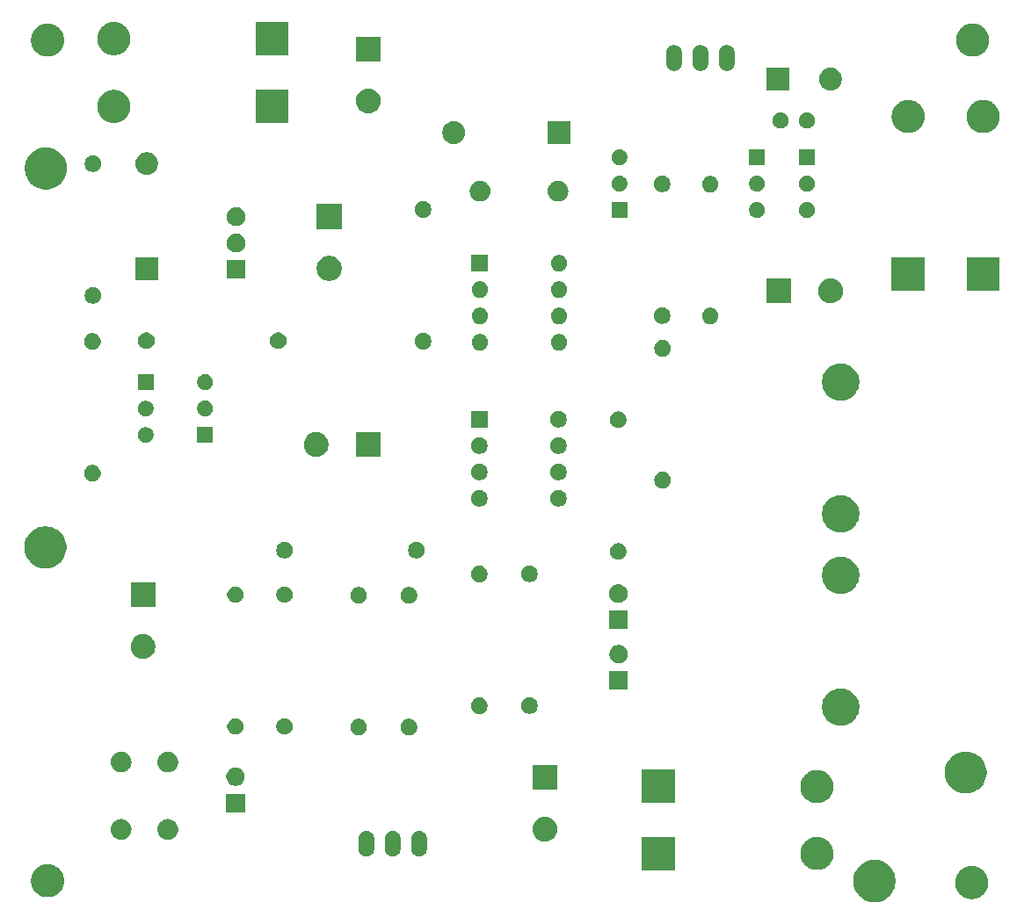
<source format=gbs>
%TF.GenerationSoftware,KiCad,Pcbnew,9.0.6*%
%TF.CreationDate,2025-12-01T13:25:54+09:00*%
%TF.ProjectId,ATTiny85-mppt,41545469-6e79-4383-952d-6d7070742e6b,1.9*%
%TF.SameCoordinates,Original*%
%TF.FileFunction,Soldermask,Bot*%
%TF.FilePolarity,Negative*%
%FSLAX46Y46*%
G04 Gerber Fmt 4.6, Leading zero omitted, Abs format (unit mm)*
G04 Created by KiCad (PCBNEW 9.0.6) date 2025-12-01 13:25:54*
%MOMM*%
%LPD*%
G01*
G04 APERTURE LIST*
G04 APERTURE END LIST*
G36*
X128762944Y-106795244D02*
G01*
X129019685Y-106864038D01*
X129265251Y-106965755D01*
X129495439Y-107098654D01*
X129706311Y-107260462D01*
X129894258Y-107448409D01*
X130056066Y-107659281D01*
X130188965Y-107889469D01*
X130290682Y-108135035D01*
X130359476Y-108391776D01*
X130394169Y-108655301D01*
X130394169Y-108921099D01*
X130359476Y-109184624D01*
X130290682Y-109441365D01*
X130188965Y-109686931D01*
X130056066Y-109917119D01*
X129894258Y-110127991D01*
X129706311Y-110315938D01*
X129495439Y-110477746D01*
X129265251Y-110610645D01*
X129019685Y-110712362D01*
X128762944Y-110781156D01*
X128499419Y-110815849D01*
X128233621Y-110815849D01*
X127970096Y-110781156D01*
X127713355Y-110712362D01*
X127467789Y-110610645D01*
X127237601Y-110477746D01*
X127026729Y-110315938D01*
X126838782Y-110127991D01*
X126676974Y-109917119D01*
X126544075Y-109686931D01*
X126442358Y-109441365D01*
X126373564Y-109184624D01*
X126338871Y-108921099D01*
X126338871Y-108655301D01*
X126373564Y-108391776D01*
X126442358Y-108135035D01*
X126544075Y-107889469D01*
X126676974Y-107659281D01*
X126838782Y-107448409D01*
X127026729Y-107260462D01*
X127237601Y-107098654D01*
X127467789Y-106965755D01*
X127713355Y-106864038D01*
X127970096Y-106795244D01*
X128233621Y-106760551D01*
X128499419Y-106760551D01*
X128762944Y-106795244D01*
G37*
G36*
X137848075Y-107335372D02*
G01*
X137859575Y-107335372D01*
X137916196Y-107344339D01*
X138046134Y-107361446D01*
X138077842Y-107369942D01*
X138107553Y-107374648D01*
X138164688Y-107393212D01*
X138248258Y-107415605D01*
X138301580Y-107437691D01*
X138346333Y-107452233D01*
X138388260Y-107473596D01*
X138441583Y-107495683D01*
X138516504Y-107538939D01*
X138570038Y-107566216D01*
X138594379Y-107583901D01*
X138622802Y-107600311D01*
X138726766Y-107680085D01*
X138773157Y-107713790D01*
X138781288Y-107721921D01*
X138788814Y-107727696D01*
X138936783Y-107875665D01*
X138942557Y-107883190D01*
X138950690Y-107891323D01*
X138984398Y-107937719D01*
X139064168Y-108041677D01*
X139080576Y-108070097D01*
X139098264Y-108094442D01*
X139125543Y-108147981D01*
X139168796Y-108222896D01*
X139190880Y-108276213D01*
X139212247Y-108318147D01*
X139226790Y-108362906D01*
X139248874Y-108416221D01*
X139271263Y-108499778D01*
X139289832Y-108556927D01*
X139294538Y-108586643D01*
X139303033Y-108618345D01*
X139320138Y-108748271D01*
X139329108Y-108804905D01*
X139329108Y-108816404D01*
X139330347Y-108825816D01*
X139330347Y-109035063D01*
X139329108Y-109044474D01*
X139329108Y-109055975D01*
X139320137Y-109112613D01*
X139303033Y-109242534D01*
X139294539Y-109274233D01*
X139289832Y-109303953D01*
X139271261Y-109361105D01*
X139248874Y-109444658D01*
X139226791Y-109497968D01*
X139212247Y-109542733D01*
X139190878Y-109584670D01*
X139168796Y-109637983D01*
X139125548Y-109712889D01*
X139098264Y-109766438D01*
X139080573Y-109790786D01*
X139064168Y-109819202D01*
X138984412Y-109923142D01*
X138950690Y-109969557D01*
X138942554Y-109977692D01*
X138936783Y-109985214D01*
X138788814Y-110133183D01*
X138781292Y-110138954D01*
X138773157Y-110147090D01*
X138726742Y-110180812D01*
X138622802Y-110260568D01*
X138594386Y-110276973D01*
X138570038Y-110294664D01*
X138516489Y-110321948D01*
X138441583Y-110365196D01*
X138388270Y-110387278D01*
X138346333Y-110408647D01*
X138301568Y-110423191D01*
X138248258Y-110445274D01*
X138164705Y-110467661D01*
X138107553Y-110486232D01*
X138077833Y-110490939D01*
X138046134Y-110499433D01*
X137916210Y-110516537D01*
X137859575Y-110525508D01*
X137848075Y-110525508D01*
X137838664Y-110526747D01*
X137629416Y-110526747D01*
X137620005Y-110525508D01*
X137608505Y-110525508D01*
X137551871Y-110516538D01*
X137421945Y-110499433D01*
X137390243Y-110490938D01*
X137360527Y-110486232D01*
X137303378Y-110467663D01*
X137219821Y-110445274D01*
X137166506Y-110423190D01*
X137121747Y-110408647D01*
X137079813Y-110387280D01*
X137026496Y-110365196D01*
X136951581Y-110321943D01*
X136898042Y-110294664D01*
X136873697Y-110276976D01*
X136845277Y-110260568D01*
X136741319Y-110180798D01*
X136694923Y-110147090D01*
X136686790Y-110138957D01*
X136679265Y-110133183D01*
X136531296Y-109985214D01*
X136525521Y-109977688D01*
X136517390Y-109969557D01*
X136483685Y-109923166D01*
X136403911Y-109819202D01*
X136387501Y-109790779D01*
X136369816Y-109766438D01*
X136342539Y-109712904D01*
X136299283Y-109637983D01*
X136277196Y-109584660D01*
X136255833Y-109542733D01*
X136241291Y-109497980D01*
X136219205Y-109444658D01*
X136196812Y-109361088D01*
X136178248Y-109303953D01*
X136173542Y-109274242D01*
X136165046Y-109242534D01*
X136147940Y-109112599D01*
X136138972Y-109055975D01*
X136138972Y-109044474D01*
X136137733Y-109035063D01*
X136137733Y-108825816D01*
X136138972Y-108816404D01*
X136138972Y-108804905D01*
X136147939Y-108748285D01*
X136165046Y-108618345D01*
X136173542Y-108586634D01*
X136178248Y-108556927D01*
X136196811Y-108499796D01*
X136219205Y-108416221D01*
X136241293Y-108362895D01*
X136255833Y-108318147D01*
X136277193Y-108276223D01*
X136299283Y-108222896D01*
X136342543Y-108147967D01*
X136369816Y-108094442D01*
X136387498Y-108070104D01*
X136403911Y-108041677D01*
X136483699Y-107937694D01*
X136517390Y-107891323D01*
X136525518Y-107883194D01*
X136531296Y-107875665D01*
X136679265Y-107727696D01*
X136686794Y-107721918D01*
X136694923Y-107713790D01*
X136741294Y-107680099D01*
X136845277Y-107600311D01*
X136873704Y-107583898D01*
X136898042Y-107566216D01*
X136951567Y-107538943D01*
X137026496Y-107495683D01*
X137079823Y-107473593D01*
X137121747Y-107452233D01*
X137166495Y-107437693D01*
X137219821Y-107415605D01*
X137303396Y-107393211D01*
X137360527Y-107374648D01*
X137390234Y-107369942D01*
X137421945Y-107361446D01*
X137551885Y-107344339D01*
X137608505Y-107335372D01*
X137620004Y-107335372D01*
X137629416Y-107334133D01*
X137838664Y-107334133D01*
X137848075Y-107335372D01*
G37*
G36*
X48826155Y-107162652D02*
G01*
X48837655Y-107162652D01*
X48894276Y-107171619D01*
X49024214Y-107188726D01*
X49055922Y-107197222D01*
X49085633Y-107201928D01*
X49142768Y-107220492D01*
X49226338Y-107242885D01*
X49279660Y-107264971D01*
X49324413Y-107279513D01*
X49366340Y-107300876D01*
X49419663Y-107322963D01*
X49494584Y-107366219D01*
X49548118Y-107393496D01*
X49572459Y-107411181D01*
X49600882Y-107427591D01*
X49704846Y-107507365D01*
X49751237Y-107541070D01*
X49759368Y-107549201D01*
X49766894Y-107554976D01*
X49914863Y-107702945D01*
X49920637Y-107710470D01*
X49928770Y-107718603D01*
X49962478Y-107764999D01*
X50042248Y-107868957D01*
X50058656Y-107897377D01*
X50076344Y-107921722D01*
X50103623Y-107975261D01*
X50146876Y-108050176D01*
X50168960Y-108103493D01*
X50190327Y-108145427D01*
X50204870Y-108190186D01*
X50226954Y-108243501D01*
X50249343Y-108327058D01*
X50267912Y-108384207D01*
X50272618Y-108413923D01*
X50281113Y-108445625D01*
X50298218Y-108575551D01*
X50307188Y-108632185D01*
X50307188Y-108643684D01*
X50308427Y-108653096D01*
X50308427Y-108862343D01*
X50307188Y-108871754D01*
X50307188Y-108883255D01*
X50298217Y-108939893D01*
X50281113Y-109069814D01*
X50272619Y-109101513D01*
X50267912Y-109131233D01*
X50249341Y-109188385D01*
X50226954Y-109271938D01*
X50204871Y-109325248D01*
X50190327Y-109370013D01*
X50168958Y-109411950D01*
X50146876Y-109465263D01*
X50103628Y-109540169D01*
X50076344Y-109593718D01*
X50058653Y-109618066D01*
X50042248Y-109646482D01*
X49962492Y-109750422D01*
X49928770Y-109796837D01*
X49920634Y-109804972D01*
X49914863Y-109812494D01*
X49766894Y-109960463D01*
X49759372Y-109966234D01*
X49751237Y-109974370D01*
X49704822Y-110008092D01*
X49600882Y-110087848D01*
X49572466Y-110104253D01*
X49548118Y-110121944D01*
X49494569Y-110149228D01*
X49419663Y-110192476D01*
X49366350Y-110214558D01*
X49324413Y-110235927D01*
X49279648Y-110250471D01*
X49226338Y-110272554D01*
X49142785Y-110294941D01*
X49085633Y-110313512D01*
X49055913Y-110318219D01*
X49024214Y-110326713D01*
X48894290Y-110343817D01*
X48837655Y-110352788D01*
X48826155Y-110352788D01*
X48816744Y-110354027D01*
X48607496Y-110354027D01*
X48598085Y-110352788D01*
X48586585Y-110352788D01*
X48529951Y-110343818D01*
X48400025Y-110326713D01*
X48368323Y-110318218D01*
X48338607Y-110313512D01*
X48281458Y-110294943D01*
X48197901Y-110272554D01*
X48144586Y-110250470D01*
X48099827Y-110235927D01*
X48057893Y-110214560D01*
X48004576Y-110192476D01*
X47929661Y-110149223D01*
X47876122Y-110121944D01*
X47851777Y-110104256D01*
X47823357Y-110087848D01*
X47719399Y-110008078D01*
X47673003Y-109974370D01*
X47664870Y-109966237D01*
X47657345Y-109960463D01*
X47509376Y-109812494D01*
X47503601Y-109804968D01*
X47495470Y-109796837D01*
X47461765Y-109750446D01*
X47381991Y-109646482D01*
X47365581Y-109618059D01*
X47347896Y-109593718D01*
X47320619Y-109540184D01*
X47277363Y-109465263D01*
X47255276Y-109411940D01*
X47233913Y-109370013D01*
X47219371Y-109325260D01*
X47197285Y-109271938D01*
X47174892Y-109188368D01*
X47156328Y-109131233D01*
X47151622Y-109101522D01*
X47143126Y-109069814D01*
X47126020Y-108939879D01*
X47117052Y-108883255D01*
X47117052Y-108871754D01*
X47115813Y-108862343D01*
X47115813Y-108653096D01*
X47117052Y-108643684D01*
X47117052Y-108632185D01*
X47126019Y-108575565D01*
X47143126Y-108445625D01*
X47151622Y-108413914D01*
X47156328Y-108384207D01*
X47174891Y-108327076D01*
X47197285Y-108243501D01*
X47219373Y-108190175D01*
X47233913Y-108145427D01*
X47255273Y-108103503D01*
X47277363Y-108050176D01*
X47320623Y-107975247D01*
X47347896Y-107921722D01*
X47365578Y-107897384D01*
X47381991Y-107868957D01*
X47461779Y-107764974D01*
X47495470Y-107718603D01*
X47503598Y-107710474D01*
X47509376Y-107702945D01*
X47657345Y-107554976D01*
X47664874Y-107549198D01*
X47673003Y-107541070D01*
X47719374Y-107507379D01*
X47823357Y-107427591D01*
X47851784Y-107411178D01*
X47876122Y-107393496D01*
X47929647Y-107366223D01*
X48004576Y-107322963D01*
X48057903Y-107300873D01*
X48099827Y-107279513D01*
X48144575Y-107264973D01*
X48197901Y-107242885D01*
X48281476Y-107220491D01*
X48338607Y-107201928D01*
X48368314Y-107197222D01*
X48400025Y-107188726D01*
X48529965Y-107171619D01*
X48586585Y-107162652D01*
X48598084Y-107162652D01*
X48607496Y-107161413D01*
X48816744Y-107161413D01*
X48826155Y-107162652D01*
G37*
G36*
X109179160Y-107731360D02*
G01*
X105979160Y-107731360D01*
X105979160Y-104531360D01*
X109179160Y-104531360D01*
X109179160Y-107731360D01*
G37*
G36*
X122933195Y-104536292D02*
G01*
X122944695Y-104536292D01*
X123001316Y-104545259D01*
X123131254Y-104562366D01*
X123162962Y-104570862D01*
X123192673Y-104575568D01*
X123249808Y-104594132D01*
X123333378Y-104616525D01*
X123386700Y-104638611D01*
X123431453Y-104653153D01*
X123473380Y-104674516D01*
X123526703Y-104696603D01*
X123601624Y-104739859D01*
X123655158Y-104767136D01*
X123679499Y-104784821D01*
X123707922Y-104801231D01*
X123811886Y-104881005D01*
X123858277Y-104914710D01*
X123866408Y-104922841D01*
X123873934Y-104928616D01*
X124021903Y-105076585D01*
X124027677Y-105084110D01*
X124035810Y-105092243D01*
X124069518Y-105138639D01*
X124149288Y-105242597D01*
X124165696Y-105271017D01*
X124183384Y-105295362D01*
X124210663Y-105348901D01*
X124253916Y-105423816D01*
X124276000Y-105477133D01*
X124297367Y-105519067D01*
X124311910Y-105563826D01*
X124333994Y-105617141D01*
X124356383Y-105700698D01*
X124374952Y-105757847D01*
X124379658Y-105787563D01*
X124388153Y-105819265D01*
X124405258Y-105949191D01*
X124414228Y-106005825D01*
X124414228Y-106017324D01*
X124415467Y-106026736D01*
X124415467Y-106235983D01*
X124414228Y-106245394D01*
X124414228Y-106256895D01*
X124405257Y-106313533D01*
X124388153Y-106443454D01*
X124379659Y-106475153D01*
X124374952Y-106504873D01*
X124356381Y-106562025D01*
X124333994Y-106645578D01*
X124311911Y-106698888D01*
X124297367Y-106743653D01*
X124275998Y-106785590D01*
X124253916Y-106838903D01*
X124210668Y-106913809D01*
X124183384Y-106967358D01*
X124165693Y-106991706D01*
X124149288Y-107020122D01*
X124069532Y-107124062D01*
X124035810Y-107170477D01*
X124027674Y-107178612D01*
X124021903Y-107186134D01*
X123873934Y-107334103D01*
X123866412Y-107339874D01*
X123858277Y-107348010D01*
X123811862Y-107381732D01*
X123707922Y-107461488D01*
X123679506Y-107477893D01*
X123655158Y-107495584D01*
X123601609Y-107522868D01*
X123526703Y-107566116D01*
X123473390Y-107588198D01*
X123431453Y-107609567D01*
X123386688Y-107624111D01*
X123333378Y-107646194D01*
X123249825Y-107668581D01*
X123192673Y-107687152D01*
X123162953Y-107691859D01*
X123131254Y-107700353D01*
X123001330Y-107717457D01*
X122944695Y-107726428D01*
X122933195Y-107726428D01*
X122923784Y-107727667D01*
X122714536Y-107727667D01*
X122705125Y-107726428D01*
X122693625Y-107726428D01*
X122636991Y-107717458D01*
X122507065Y-107700353D01*
X122475363Y-107691858D01*
X122445647Y-107687152D01*
X122388498Y-107668583D01*
X122304941Y-107646194D01*
X122251626Y-107624110D01*
X122206867Y-107609567D01*
X122164933Y-107588200D01*
X122111616Y-107566116D01*
X122036701Y-107522863D01*
X121983162Y-107495584D01*
X121958817Y-107477896D01*
X121930397Y-107461488D01*
X121826439Y-107381718D01*
X121780043Y-107348010D01*
X121771910Y-107339877D01*
X121764385Y-107334103D01*
X121616416Y-107186134D01*
X121610641Y-107178608D01*
X121602510Y-107170477D01*
X121568805Y-107124086D01*
X121489031Y-107020122D01*
X121472621Y-106991699D01*
X121454936Y-106967358D01*
X121427659Y-106913824D01*
X121384403Y-106838903D01*
X121362316Y-106785580D01*
X121340953Y-106743653D01*
X121326411Y-106698900D01*
X121304325Y-106645578D01*
X121281932Y-106562008D01*
X121263368Y-106504873D01*
X121258662Y-106475162D01*
X121250166Y-106443454D01*
X121233060Y-106313519D01*
X121224092Y-106256895D01*
X121224092Y-106245394D01*
X121222853Y-106235983D01*
X121222853Y-106026736D01*
X121224092Y-106017324D01*
X121224092Y-106005825D01*
X121233059Y-105949205D01*
X121250166Y-105819265D01*
X121258662Y-105787554D01*
X121263368Y-105757847D01*
X121281931Y-105700716D01*
X121304325Y-105617141D01*
X121326413Y-105563815D01*
X121340953Y-105519067D01*
X121362313Y-105477143D01*
X121384403Y-105423816D01*
X121427663Y-105348887D01*
X121454936Y-105295362D01*
X121472618Y-105271024D01*
X121489031Y-105242597D01*
X121568819Y-105138614D01*
X121602510Y-105092243D01*
X121610638Y-105084114D01*
X121616416Y-105076585D01*
X121764385Y-104928616D01*
X121771914Y-104922838D01*
X121780043Y-104914710D01*
X121826414Y-104881019D01*
X121930397Y-104801231D01*
X121958824Y-104784818D01*
X121983162Y-104767136D01*
X122036687Y-104739863D01*
X122111616Y-104696603D01*
X122164943Y-104674513D01*
X122206867Y-104653153D01*
X122251615Y-104638613D01*
X122304941Y-104616525D01*
X122388516Y-104594131D01*
X122445647Y-104575568D01*
X122475354Y-104570862D01*
X122507065Y-104562366D01*
X122637005Y-104545259D01*
X122693625Y-104536292D01*
X122705124Y-104536292D01*
X122714536Y-104535053D01*
X122923784Y-104535053D01*
X122933195Y-104536292D01*
G37*
G36*
X79633519Y-103979279D02*
G01*
X79769456Y-104035586D01*
X79891797Y-104117332D01*
X79995838Y-104221373D01*
X80077584Y-104343714D01*
X80133891Y-104479651D01*
X80162596Y-104623961D01*
X80166210Y-104697530D01*
X80166210Y-105695750D01*
X80162596Y-105769319D01*
X80133891Y-105913629D01*
X80077584Y-106049566D01*
X79995838Y-106171907D01*
X79891797Y-106275948D01*
X79769456Y-106357694D01*
X79633519Y-106414001D01*
X79489209Y-106442706D01*
X79342071Y-106442706D01*
X79197761Y-106414001D01*
X79061824Y-106357694D01*
X78939483Y-106275948D01*
X78835442Y-106171907D01*
X78753696Y-106049566D01*
X78697389Y-105913629D01*
X78668684Y-105769319D01*
X78665070Y-105695750D01*
X78665070Y-104697530D01*
X78668684Y-104623961D01*
X78697389Y-104479651D01*
X78753696Y-104343714D01*
X78835442Y-104221373D01*
X78939483Y-104117332D01*
X79061824Y-104035586D01*
X79197761Y-103979279D01*
X79342071Y-103950574D01*
X79489209Y-103950574D01*
X79633519Y-103979279D01*
G37*
G36*
X82173519Y-103979279D02*
G01*
X82309456Y-104035586D01*
X82431797Y-104117332D01*
X82535838Y-104221373D01*
X82617584Y-104343714D01*
X82673891Y-104479651D01*
X82702596Y-104623961D01*
X82706210Y-104697530D01*
X82706210Y-105695750D01*
X82702596Y-105769319D01*
X82673891Y-105913629D01*
X82617584Y-106049566D01*
X82535838Y-106171907D01*
X82431797Y-106275948D01*
X82309456Y-106357694D01*
X82173519Y-106414001D01*
X82029209Y-106442706D01*
X81882071Y-106442706D01*
X81737761Y-106414001D01*
X81601824Y-106357694D01*
X81479483Y-106275948D01*
X81375442Y-106171907D01*
X81293696Y-106049566D01*
X81237389Y-105913629D01*
X81208684Y-105769319D01*
X81205070Y-105695750D01*
X81205070Y-104697530D01*
X81208684Y-104623961D01*
X81237389Y-104479651D01*
X81293696Y-104343714D01*
X81375442Y-104221373D01*
X81479483Y-104117332D01*
X81601824Y-104035586D01*
X81737761Y-103979279D01*
X81882071Y-103950574D01*
X82029209Y-103950574D01*
X82173519Y-103979279D01*
G37*
G36*
X84713519Y-103979279D02*
G01*
X84849456Y-104035586D01*
X84971797Y-104117332D01*
X85075838Y-104221373D01*
X85157584Y-104343714D01*
X85213891Y-104479651D01*
X85242596Y-104623961D01*
X85246210Y-104697530D01*
X85246210Y-105695750D01*
X85242596Y-105769319D01*
X85213891Y-105913629D01*
X85157584Y-106049566D01*
X85075838Y-106171907D01*
X84971797Y-106275948D01*
X84849456Y-106357694D01*
X84713519Y-106414001D01*
X84569209Y-106442706D01*
X84422071Y-106442706D01*
X84277761Y-106414001D01*
X84141824Y-106357694D01*
X84019483Y-106275948D01*
X83915442Y-106171907D01*
X83833696Y-106049566D01*
X83777389Y-105913629D01*
X83748684Y-105769319D01*
X83745070Y-105695750D01*
X83745070Y-104697530D01*
X83748684Y-104623961D01*
X83777389Y-104479651D01*
X83833696Y-104343714D01*
X83915442Y-104221373D01*
X84019483Y-104117332D01*
X84141824Y-104035586D01*
X84277761Y-103979279D01*
X84422071Y-103950574D01*
X84569209Y-103950574D01*
X84713519Y-103979279D01*
G37*
G36*
X96891574Y-102623916D02*
G01*
X97070660Y-102682105D01*
X97238438Y-102767592D01*
X97390778Y-102878273D01*
X97523927Y-103011422D01*
X97634608Y-103163762D01*
X97720095Y-103331540D01*
X97778284Y-103510626D01*
X97807741Y-103696609D01*
X97807741Y-103884911D01*
X97778284Y-104070894D01*
X97720095Y-104249980D01*
X97634608Y-104417758D01*
X97523927Y-104570098D01*
X97390778Y-104703247D01*
X97238438Y-104813928D01*
X97070660Y-104899415D01*
X96891574Y-104957604D01*
X96705591Y-104987061D01*
X96517289Y-104987061D01*
X96331306Y-104957604D01*
X96152220Y-104899415D01*
X95984442Y-104813928D01*
X95832102Y-104703247D01*
X95698953Y-104570098D01*
X95588272Y-104417758D01*
X95502785Y-104249980D01*
X95444596Y-104070894D01*
X95415139Y-103884911D01*
X95415139Y-103696609D01*
X95444596Y-103510626D01*
X95502785Y-103331540D01*
X95588272Y-103163762D01*
X95698953Y-103011422D01*
X95832102Y-102878273D01*
X95984442Y-102767592D01*
X96152220Y-102682105D01*
X96331306Y-102623916D01*
X96517289Y-102594459D01*
X96705591Y-102594459D01*
X96891574Y-102623916D01*
G37*
G36*
X55880574Y-102819695D02*
G01*
X55891657Y-102819695D01*
X55934969Y-102828310D01*
X56026995Y-102842886D01*
X56056596Y-102852503D01*
X56083925Y-102857940D01*
X56122486Y-102873912D01*
X56176172Y-102891356D01*
X56226468Y-102916983D01*
X56265037Y-102932959D01*
X56288207Y-102948440D01*
X56315941Y-102962572D01*
X56391336Y-103017350D01*
X56428033Y-103041870D01*
X56435864Y-103049701D01*
X56442831Y-103054763D01*
X56553756Y-103165688D01*
X56558817Y-103172654D01*
X56566650Y-103180487D01*
X56591172Y-103217188D01*
X56645947Y-103292578D01*
X56660077Y-103320309D01*
X56675561Y-103343483D01*
X56691538Y-103382056D01*
X56717163Y-103432347D01*
X56734604Y-103486025D01*
X56750580Y-103524595D01*
X56756017Y-103551929D01*
X56765633Y-103581524D01*
X56780207Y-103673541D01*
X56788825Y-103716863D01*
X56788825Y-103727946D01*
X56790172Y-103736451D01*
X56790172Y-103893308D01*
X56788825Y-103901812D01*
X56788825Y-103912897D01*
X56780207Y-103956221D01*
X56765633Y-104048235D01*
X56756017Y-104077828D01*
X56750580Y-104105165D01*
X56734602Y-104143738D01*
X56717163Y-104197412D01*
X56691540Y-104247698D01*
X56675561Y-104286277D01*
X56660074Y-104309453D01*
X56645947Y-104337181D01*
X56591181Y-104412559D01*
X56566650Y-104449273D01*
X56558814Y-104457108D01*
X56553756Y-104464071D01*
X56442831Y-104574996D01*
X56435868Y-104580054D01*
X56428033Y-104587890D01*
X56391319Y-104612421D01*
X56315941Y-104667187D01*
X56288213Y-104681314D01*
X56265037Y-104696801D01*
X56226458Y-104712780D01*
X56176172Y-104738403D01*
X56122498Y-104755842D01*
X56083925Y-104771820D01*
X56056588Y-104777257D01*
X56026995Y-104786873D01*
X55934979Y-104801447D01*
X55891657Y-104810065D01*
X55880573Y-104810065D01*
X55872069Y-104811412D01*
X55715211Y-104811412D01*
X55706707Y-104810065D01*
X55695623Y-104810065D01*
X55652301Y-104801447D01*
X55560284Y-104786873D01*
X55530689Y-104777257D01*
X55503355Y-104771820D01*
X55464785Y-104755844D01*
X55411107Y-104738403D01*
X55360816Y-104712778D01*
X55322243Y-104696801D01*
X55299069Y-104681317D01*
X55271338Y-104667187D01*
X55195948Y-104612412D01*
X55159247Y-104587890D01*
X55151414Y-104580057D01*
X55144448Y-104574996D01*
X55033523Y-104464071D01*
X55028461Y-104457104D01*
X55020630Y-104449273D01*
X54996110Y-104412576D01*
X54941332Y-104337181D01*
X54927200Y-104309447D01*
X54911719Y-104286277D01*
X54895743Y-104247708D01*
X54870116Y-104197412D01*
X54852672Y-104143726D01*
X54836700Y-104105165D01*
X54831263Y-104077836D01*
X54821646Y-104048235D01*
X54807070Y-103956211D01*
X54798455Y-103912897D01*
X54798455Y-103901812D01*
X54797108Y-103893308D01*
X54797108Y-103736451D01*
X54798455Y-103727946D01*
X54798455Y-103716863D01*
X54807070Y-103673551D01*
X54821646Y-103581524D01*
X54831264Y-103551921D01*
X54836700Y-103524595D01*
X54852671Y-103486036D01*
X54870116Y-103432347D01*
X54895745Y-103382045D01*
X54911719Y-103343483D01*
X54927198Y-103320316D01*
X54941332Y-103292578D01*
X54996118Y-103217170D01*
X55020630Y-103180487D01*
X55028458Y-103172658D01*
X55033523Y-103165688D01*
X55144448Y-103054763D01*
X55151418Y-103049698D01*
X55159247Y-103041870D01*
X55195930Y-103017358D01*
X55271338Y-102962572D01*
X55299076Y-102948438D01*
X55322243Y-102932959D01*
X55360805Y-102916985D01*
X55411107Y-102891356D01*
X55464796Y-102873911D01*
X55503355Y-102857940D01*
X55530681Y-102852504D01*
X55560284Y-102842886D01*
X55652311Y-102828310D01*
X55695623Y-102819695D01*
X55706706Y-102819695D01*
X55715211Y-102818348D01*
X55872069Y-102818348D01*
X55880574Y-102819695D01*
G37*
G36*
X60380574Y-102819695D02*
G01*
X60391657Y-102819695D01*
X60434969Y-102828310D01*
X60526995Y-102842886D01*
X60556596Y-102852503D01*
X60583925Y-102857940D01*
X60622486Y-102873912D01*
X60676172Y-102891356D01*
X60726468Y-102916983D01*
X60765037Y-102932959D01*
X60788207Y-102948440D01*
X60815941Y-102962572D01*
X60891336Y-103017350D01*
X60928033Y-103041870D01*
X60935864Y-103049701D01*
X60942831Y-103054763D01*
X61053756Y-103165688D01*
X61058817Y-103172654D01*
X61066650Y-103180487D01*
X61091172Y-103217188D01*
X61145947Y-103292578D01*
X61160077Y-103320309D01*
X61175561Y-103343483D01*
X61191538Y-103382056D01*
X61217163Y-103432347D01*
X61234604Y-103486025D01*
X61250580Y-103524595D01*
X61256017Y-103551929D01*
X61265633Y-103581524D01*
X61280207Y-103673541D01*
X61288825Y-103716863D01*
X61288825Y-103727946D01*
X61290172Y-103736451D01*
X61290172Y-103893308D01*
X61288825Y-103901812D01*
X61288825Y-103912897D01*
X61280207Y-103956221D01*
X61265633Y-104048235D01*
X61256017Y-104077828D01*
X61250580Y-104105165D01*
X61234602Y-104143738D01*
X61217163Y-104197412D01*
X61191540Y-104247698D01*
X61175561Y-104286277D01*
X61160074Y-104309453D01*
X61145947Y-104337181D01*
X61091181Y-104412559D01*
X61066650Y-104449273D01*
X61058814Y-104457108D01*
X61053756Y-104464071D01*
X60942831Y-104574996D01*
X60935868Y-104580054D01*
X60928033Y-104587890D01*
X60891319Y-104612421D01*
X60815941Y-104667187D01*
X60788213Y-104681314D01*
X60765037Y-104696801D01*
X60726458Y-104712780D01*
X60676172Y-104738403D01*
X60622498Y-104755842D01*
X60583925Y-104771820D01*
X60556588Y-104777257D01*
X60526995Y-104786873D01*
X60434979Y-104801447D01*
X60391657Y-104810065D01*
X60380573Y-104810065D01*
X60372069Y-104811412D01*
X60215211Y-104811412D01*
X60206707Y-104810065D01*
X60195623Y-104810065D01*
X60152301Y-104801447D01*
X60060284Y-104786873D01*
X60030689Y-104777257D01*
X60003355Y-104771820D01*
X59964785Y-104755844D01*
X59911107Y-104738403D01*
X59860816Y-104712778D01*
X59822243Y-104696801D01*
X59799069Y-104681317D01*
X59771338Y-104667187D01*
X59695948Y-104612412D01*
X59659247Y-104587890D01*
X59651414Y-104580057D01*
X59644448Y-104574996D01*
X59533523Y-104464071D01*
X59528461Y-104457104D01*
X59520630Y-104449273D01*
X59496110Y-104412576D01*
X59441332Y-104337181D01*
X59427200Y-104309447D01*
X59411719Y-104286277D01*
X59395743Y-104247708D01*
X59370116Y-104197412D01*
X59352672Y-104143726D01*
X59336700Y-104105165D01*
X59331263Y-104077836D01*
X59321646Y-104048235D01*
X59307070Y-103956211D01*
X59298455Y-103912897D01*
X59298455Y-103901812D01*
X59297108Y-103893308D01*
X59297108Y-103736451D01*
X59298455Y-103727946D01*
X59298455Y-103716863D01*
X59307070Y-103673551D01*
X59321646Y-103581524D01*
X59331264Y-103551921D01*
X59336700Y-103524595D01*
X59352671Y-103486036D01*
X59370116Y-103432347D01*
X59395745Y-103382045D01*
X59411719Y-103343483D01*
X59427198Y-103320316D01*
X59441332Y-103292578D01*
X59496118Y-103217170D01*
X59520630Y-103180487D01*
X59528458Y-103172658D01*
X59533523Y-103165688D01*
X59644448Y-103054763D01*
X59651418Y-103049698D01*
X59659247Y-103041870D01*
X59695930Y-103017358D01*
X59771338Y-102962572D01*
X59799076Y-102948438D01*
X59822243Y-102932959D01*
X59860805Y-102916985D01*
X59911107Y-102891356D01*
X59964796Y-102873911D01*
X60003355Y-102857940D01*
X60030681Y-102852504D01*
X60060284Y-102842886D01*
X60152311Y-102828310D01*
X60195623Y-102819695D01*
X60206706Y-102819695D01*
X60215211Y-102818348D01*
X60372069Y-102818348D01*
X60380574Y-102819695D01*
G37*
G36*
X67712160Y-102174880D02*
G01*
X65912160Y-102174880D01*
X65912160Y-100374880D01*
X67712160Y-100374880D01*
X67712160Y-102174880D01*
G37*
G36*
X109179160Y-101274680D02*
G01*
X105979160Y-101274680D01*
X105979160Y-98074680D01*
X109179160Y-98074680D01*
X109179160Y-101274680D01*
G37*
G36*
X122933195Y-98079612D02*
G01*
X122944695Y-98079612D01*
X123001316Y-98088579D01*
X123131254Y-98105686D01*
X123162962Y-98114182D01*
X123192673Y-98118888D01*
X123249808Y-98137452D01*
X123333378Y-98159845D01*
X123386700Y-98181931D01*
X123431453Y-98196473D01*
X123473380Y-98217836D01*
X123526703Y-98239923D01*
X123601624Y-98283179D01*
X123655158Y-98310456D01*
X123679499Y-98328141D01*
X123707922Y-98344551D01*
X123811886Y-98424325D01*
X123858277Y-98458030D01*
X123866408Y-98466161D01*
X123873934Y-98471936D01*
X124021903Y-98619905D01*
X124027677Y-98627430D01*
X124035810Y-98635563D01*
X124069518Y-98681959D01*
X124149288Y-98785917D01*
X124165696Y-98814337D01*
X124183384Y-98838682D01*
X124210663Y-98892221D01*
X124253916Y-98967136D01*
X124276000Y-99020453D01*
X124297367Y-99062387D01*
X124311910Y-99107146D01*
X124333994Y-99160461D01*
X124356383Y-99244018D01*
X124374952Y-99301167D01*
X124379658Y-99330883D01*
X124388153Y-99362585D01*
X124405258Y-99492511D01*
X124414228Y-99549145D01*
X124414228Y-99560644D01*
X124415467Y-99570056D01*
X124415467Y-99779303D01*
X124414228Y-99788714D01*
X124414228Y-99800215D01*
X124405257Y-99856853D01*
X124388153Y-99986774D01*
X124379659Y-100018473D01*
X124374952Y-100048193D01*
X124356381Y-100105345D01*
X124333994Y-100188898D01*
X124311911Y-100242208D01*
X124297367Y-100286973D01*
X124275998Y-100328910D01*
X124253916Y-100382223D01*
X124210668Y-100457129D01*
X124183384Y-100510678D01*
X124165693Y-100535026D01*
X124149288Y-100563442D01*
X124069532Y-100667382D01*
X124035810Y-100713797D01*
X124027674Y-100721932D01*
X124021903Y-100729454D01*
X123873934Y-100877423D01*
X123866412Y-100883194D01*
X123858277Y-100891330D01*
X123811862Y-100925052D01*
X123707922Y-101004808D01*
X123679506Y-101021213D01*
X123655158Y-101038904D01*
X123601609Y-101066188D01*
X123526703Y-101109436D01*
X123473390Y-101131518D01*
X123431453Y-101152887D01*
X123386688Y-101167431D01*
X123333378Y-101189514D01*
X123249825Y-101211901D01*
X123192673Y-101230472D01*
X123162953Y-101235179D01*
X123131254Y-101243673D01*
X123001330Y-101260777D01*
X122944695Y-101269748D01*
X122933195Y-101269748D01*
X122923784Y-101270987D01*
X122714536Y-101270987D01*
X122705125Y-101269748D01*
X122693625Y-101269748D01*
X122636991Y-101260778D01*
X122507065Y-101243673D01*
X122475363Y-101235178D01*
X122445647Y-101230472D01*
X122388498Y-101211903D01*
X122304941Y-101189514D01*
X122251626Y-101167430D01*
X122206867Y-101152887D01*
X122164933Y-101131520D01*
X122111616Y-101109436D01*
X122036701Y-101066183D01*
X121983162Y-101038904D01*
X121958817Y-101021216D01*
X121930397Y-101004808D01*
X121826439Y-100925038D01*
X121780043Y-100891330D01*
X121771910Y-100883197D01*
X121764385Y-100877423D01*
X121616416Y-100729454D01*
X121610641Y-100721928D01*
X121602510Y-100713797D01*
X121568805Y-100667406D01*
X121489031Y-100563442D01*
X121472621Y-100535019D01*
X121454936Y-100510678D01*
X121427659Y-100457144D01*
X121384403Y-100382223D01*
X121362316Y-100328900D01*
X121340953Y-100286973D01*
X121326411Y-100242220D01*
X121304325Y-100188898D01*
X121281932Y-100105328D01*
X121263368Y-100048193D01*
X121258662Y-100018482D01*
X121250166Y-99986774D01*
X121233060Y-99856839D01*
X121224092Y-99800215D01*
X121224092Y-99788714D01*
X121222853Y-99779303D01*
X121222853Y-99570056D01*
X121224092Y-99560644D01*
X121224092Y-99549145D01*
X121233059Y-99492525D01*
X121250166Y-99362585D01*
X121258662Y-99330874D01*
X121263368Y-99301167D01*
X121281931Y-99244036D01*
X121304325Y-99160461D01*
X121326413Y-99107135D01*
X121340953Y-99062387D01*
X121362313Y-99020463D01*
X121384403Y-98967136D01*
X121427663Y-98892207D01*
X121454936Y-98838682D01*
X121472618Y-98814344D01*
X121489031Y-98785917D01*
X121568819Y-98681934D01*
X121602510Y-98635563D01*
X121610638Y-98627434D01*
X121616416Y-98619905D01*
X121764385Y-98471936D01*
X121771914Y-98466158D01*
X121780043Y-98458030D01*
X121826414Y-98424339D01*
X121930397Y-98344551D01*
X121958824Y-98328138D01*
X121983162Y-98310456D01*
X122036687Y-98283183D01*
X122111616Y-98239923D01*
X122164943Y-98217833D01*
X122206867Y-98196473D01*
X122251615Y-98181933D01*
X122304941Y-98159845D01*
X122388516Y-98137451D01*
X122445647Y-98118888D01*
X122475354Y-98114182D01*
X122507065Y-98105686D01*
X122637005Y-98088579D01*
X122693625Y-98079612D01*
X122705124Y-98079612D01*
X122714536Y-98078373D01*
X122923784Y-98078373D01*
X122933195Y-98079612D01*
G37*
G36*
X137551344Y-96340604D02*
G01*
X137808085Y-96409398D01*
X138053651Y-96511115D01*
X138283839Y-96644014D01*
X138494711Y-96805822D01*
X138682658Y-96993769D01*
X138844466Y-97204641D01*
X138977365Y-97434829D01*
X139079082Y-97680395D01*
X139147876Y-97937136D01*
X139182569Y-98200661D01*
X139182569Y-98466459D01*
X139147876Y-98729984D01*
X139079082Y-98986725D01*
X138977365Y-99232291D01*
X138844466Y-99462479D01*
X138682658Y-99673351D01*
X138494711Y-99861298D01*
X138283839Y-100023106D01*
X138053651Y-100156005D01*
X137808085Y-100257722D01*
X137551344Y-100326516D01*
X137287819Y-100361209D01*
X137022021Y-100361209D01*
X136758496Y-100326516D01*
X136501755Y-100257722D01*
X136256189Y-100156005D01*
X136026001Y-100023106D01*
X135815129Y-99861298D01*
X135627182Y-99673351D01*
X135465374Y-99462479D01*
X135332475Y-99232291D01*
X135230758Y-98986725D01*
X135161964Y-98729984D01*
X135127271Y-98466459D01*
X135127271Y-98200661D01*
X135161964Y-97937136D01*
X135230758Y-97680395D01*
X135332475Y-97434829D01*
X135465374Y-97204641D01*
X135627182Y-96993769D01*
X135815129Y-96805822D01*
X136026001Y-96644014D01*
X136256189Y-96511115D01*
X136501755Y-96409398D01*
X136758496Y-96340604D01*
X137022021Y-96305911D01*
X137287819Y-96305911D01*
X137551344Y-96340604D01*
G37*
G36*
X97811440Y-99990760D02*
G01*
X95411440Y-99990760D01*
X95411440Y-97590760D01*
X97811440Y-97590760D01*
X97811440Y-99990760D01*
G37*
G36*
X67073416Y-97873634D02*
G01*
X67236417Y-97941151D01*
X67383114Y-98039171D01*
X67507869Y-98163926D01*
X67605889Y-98310623D01*
X67673406Y-98473624D01*
X67707826Y-98646665D01*
X67707826Y-98823095D01*
X67673406Y-98996136D01*
X67605889Y-99159137D01*
X67507869Y-99305834D01*
X67383114Y-99430589D01*
X67236417Y-99528609D01*
X67073416Y-99596126D01*
X66900375Y-99630546D01*
X66723945Y-99630546D01*
X66550904Y-99596126D01*
X66387903Y-99528609D01*
X66241206Y-99430589D01*
X66116451Y-99305834D01*
X66018431Y-99159137D01*
X65950914Y-98996136D01*
X65916494Y-98823095D01*
X65916494Y-98646665D01*
X65950914Y-98473624D01*
X66018431Y-98310623D01*
X66116451Y-98163926D01*
X66241206Y-98039171D01*
X66387903Y-97941151D01*
X66550904Y-97873634D01*
X66723945Y-97839214D01*
X66900375Y-97839214D01*
X67073416Y-97873634D01*
G37*
G36*
X55880574Y-96319695D02*
G01*
X55891657Y-96319695D01*
X55934969Y-96328310D01*
X56026995Y-96342886D01*
X56056596Y-96352503D01*
X56083925Y-96357940D01*
X56122486Y-96373912D01*
X56176172Y-96391356D01*
X56226468Y-96416983D01*
X56265037Y-96432959D01*
X56288207Y-96448440D01*
X56315941Y-96462572D01*
X56391336Y-96517350D01*
X56428033Y-96541870D01*
X56435864Y-96549701D01*
X56442831Y-96554763D01*
X56553756Y-96665688D01*
X56558817Y-96672654D01*
X56566650Y-96680487D01*
X56591172Y-96717188D01*
X56645947Y-96792578D01*
X56660077Y-96820309D01*
X56675561Y-96843483D01*
X56691538Y-96882056D01*
X56717163Y-96932347D01*
X56734604Y-96986025D01*
X56750580Y-97024595D01*
X56756017Y-97051929D01*
X56765633Y-97081524D01*
X56780207Y-97173541D01*
X56788825Y-97216863D01*
X56788825Y-97227946D01*
X56790172Y-97236451D01*
X56790172Y-97393308D01*
X56788825Y-97401812D01*
X56788825Y-97412897D01*
X56780207Y-97456221D01*
X56765633Y-97548235D01*
X56756017Y-97577828D01*
X56750580Y-97605165D01*
X56734602Y-97643738D01*
X56717163Y-97697412D01*
X56691540Y-97747698D01*
X56675561Y-97786277D01*
X56660074Y-97809453D01*
X56645947Y-97837181D01*
X56591181Y-97912559D01*
X56566650Y-97949273D01*
X56558814Y-97957108D01*
X56553756Y-97964071D01*
X56442831Y-98074996D01*
X56435868Y-98080054D01*
X56428033Y-98087890D01*
X56391319Y-98112421D01*
X56315941Y-98167187D01*
X56288213Y-98181314D01*
X56265037Y-98196801D01*
X56226458Y-98212780D01*
X56176172Y-98238403D01*
X56122498Y-98255842D01*
X56083925Y-98271820D01*
X56056588Y-98277257D01*
X56026995Y-98286873D01*
X55934979Y-98301447D01*
X55891657Y-98310065D01*
X55880573Y-98310065D01*
X55872069Y-98311412D01*
X55715211Y-98311412D01*
X55706707Y-98310065D01*
X55695623Y-98310065D01*
X55652301Y-98301447D01*
X55560284Y-98286873D01*
X55530689Y-98277257D01*
X55503355Y-98271820D01*
X55464785Y-98255844D01*
X55411107Y-98238403D01*
X55360816Y-98212778D01*
X55322243Y-98196801D01*
X55299069Y-98181317D01*
X55271338Y-98167187D01*
X55195948Y-98112412D01*
X55159247Y-98087890D01*
X55151414Y-98080057D01*
X55144448Y-98074996D01*
X55033523Y-97964071D01*
X55028461Y-97957104D01*
X55020630Y-97949273D01*
X54996110Y-97912576D01*
X54941332Y-97837181D01*
X54927200Y-97809447D01*
X54911719Y-97786277D01*
X54895743Y-97747708D01*
X54870116Y-97697412D01*
X54852672Y-97643726D01*
X54836700Y-97605165D01*
X54831263Y-97577836D01*
X54821646Y-97548235D01*
X54807070Y-97456211D01*
X54798455Y-97412897D01*
X54798455Y-97401812D01*
X54797108Y-97393308D01*
X54797108Y-97236451D01*
X54798455Y-97227946D01*
X54798455Y-97216863D01*
X54807070Y-97173551D01*
X54821646Y-97081524D01*
X54831264Y-97051921D01*
X54836700Y-97024595D01*
X54852671Y-96986036D01*
X54870116Y-96932347D01*
X54895745Y-96882045D01*
X54911719Y-96843483D01*
X54927198Y-96820316D01*
X54941332Y-96792578D01*
X54996118Y-96717170D01*
X55020630Y-96680487D01*
X55028458Y-96672658D01*
X55033523Y-96665688D01*
X55144448Y-96554763D01*
X55151418Y-96549698D01*
X55159247Y-96541870D01*
X55195930Y-96517358D01*
X55271338Y-96462572D01*
X55299076Y-96448438D01*
X55322243Y-96432959D01*
X55360805Y-96416985D01*
X55411107Y-96391356D01*
X55464796Y-96373911D01*
X55503355Y-96357940D01*
X55530681Y-96352504D01*
X55560284Y-96342886D01*
X55652311Y-96328310D01*
X55695623Y-96319695D01*
X55706706Y-96319695D01*
X55715211Y-96318348D01*
X55872069Y-96318348D01*
X55880574Y-96319695D01*
G37*
G36*
X60380574Y-96319695D02*
G01*
X60391657Y-96319695D01*
X60434969Y-96328310D01*
X60526995Y-96342886D01*
X60556596Y-96352503D01*
X60583925Y-96357940D01*
X60622486Y-96373912D01*
X60676172Y-96391356D01*
X60726468Y-96416983D01*
X60765037Y-96432959D01*
X60788207Y-96448440D01*
X60815941Y-96462572D01*
X60891336Y-96517350D01*
X60928033Y-96541870D01*
X60935864Y-96549701D01*
X60942831Y-96554763D01*
X61053756Y-96665688D01*
X61058817Y-96672654D01*
X61066650Y-96680487D01*
X61091172Y-96717188D01*
X61145947Y-96792578D01*
X61160077Y-96820309D01*
X61175561Y-96843483D01*
X61191538Y-96882056D01*
X61217163Y-96932347D01*
X61234604Y-96986025D01*
X61250580Y-97024595D01*
X61256017Y-97051929D01*
X61265633Y-97081524D01*
X61280207Y-97173541D01*
X61288825Y-97216863D01*
X61288825Y-97227946D01*
X61290172Y-97236451D01*
X61290172Y-97393308D01*
X61288825Y-97401812D01*
X61288825Y-97412897D01*
X61280207Y-97456221D01*
X61265633Y-97548235D01*
X61256017Y-97577828D01*
X61250580Y-97605165D01*
X61234602Y-97643738D01*
X61217163Y-97697412D01*
X61191540Y-97747698D01*
X61175561Y-97786277D01*
X61160074Y-97809453D01*
X61145947Y-97837181D01*
X61091181Y-97912559D01*
X61066650Y-97949273D01*
X61058814Y-97957108D01*
X61053756Y-97964071D01*
X60942831Y-98074996D01*
X60935868Y-98080054D01*
X60928033Y-98087890D01*
X60891319Y-98112421D01*
X60815941Y-98167187D01*
X60788213Y-98181314D01*
X60765037Y-98196801D01*
X60726458Y-98212780D01*
X60676172Y-98238403D01*
X60622498Y-98255842D01*
X60583925Y-98271820D01*
X60556588Y-98277257D01*
X60526995Y-98286873D01*
X60434979Y-98301447D01*
X60391657Y-98310065D01*
X60380573Y-98310065D01*
X60372069Y-98311412D01*
X60215211Y-98311412D01*
X60206707Y-98310065D01*
X60195623Y-98310065D01*
X60152301Y-98301447D01*
X60060284Y-98286873D01*
X60030689Y-98277257D01*
X60003355Y-98271820D01*
X59964785Y-98255844D01*
X59911107Y-98238403D01*
X59860816Y-98212778D01*
X59822243Y-98196801D01*
X59799069Y-98181317D01*
X59771338Y-98167187D01*
X59695948Y-98112412D01*
X59659247Y-98087890D01*
X59651414Y-98080057D01*
X59644448Y-98074996D01*
X59533523Y-97964071D01*
X59528461Y-97957104D01*
X59520630Y-97949273D01*
X59496110Y-97912576D01*
X59441332Y-97837181D01*
X59427200Y-97809447D01*
X59411719Y-97786277D01*
X59395743Y-97747708D01*
X59370116Y-97697412D01*
X59352672Y-97643726D01*
X59336700Y-97605165D01*
X59331263Y-97577836D01*
X59321646Y-97548235D01*
X59307070Y-97456211D01*
X59298455Y-97412897D01*
X59298455Y-97401812D01*
X59297108Y-97393308D01*
X59297108Y-97236451D01*
X59298455Y-97227946D01*
X59298455Y-97216863D01*
X59307070Y-97173551D01*
X59321646Y-97081524D01*
X59331264Y-97051921D01*
X59336700Y-97024595D01*
X59352671Y-96986036D01*
X59370116Y-96932347D01*
X59395745Y-96882045D01*
X59411719Y-96843483D01*
X59427198Y-96820316D01*
X59441332Y-96792578D01*
X59496118Y-96717170D01*
X59520630Y-96680487D01*
X59528458Y-96672658D01*
X59533523Y-96665688D01*
X59644448Y-96554763D01*
X59651418Y-96549698D01*
X59659247Y-96541870D01*
X59695930Y-96517358D01*
X59771338Y-96462572D01*
X59799076Y-96448438D01*
X59822243Y-96432959D01*
X59860805Y-96416985D01*
X59911107Y-96391356D01*
X59964796Y-96373911D01*
X60003355Y-96357940D01*
X60030681Y-96352504D01*
X60060284Y-96342886D01*
X60152311Y-96328310D01*
X60195623Y-96319695D01*
X60206706Y-96319695D01*
X60215211Y-96318348D01*
X60372069Y-96318348D01*
X60380574Y-96319695D01*
G37*
G36*
X78906188Y-93189048D02*
G01*
X79051077Y-93249063D01*
X79181475Y-93336192D01*
X79292368Y-93447085D01*
X79379497Y-93577483D01*
X79439512Y-93722372D01*
X79470108Y-93876186D01*
X79470108Y-94033014D01*
X79439512Y-94186828D01*
X79379497Y-94331717D01*
X79292368Y-94462115D01*
X79181475Y-94573008D01*
X79051077Y-94660137D01*
X78906188Y-94720152D01*
X78752374Y-94750748D01*
X78595546Y-94750748D01*
X78441732Y-94720152D01*
X78296843Y-94660137D01*
X78166445Y-94573008D01*
X78055552Y-94462115D01*
X77968423Y-94331717D01*
X77908408Y-94186828D01*
X77877812Y-94033014D01*
X77877812Y-93876186D01*
X77908408Y-93722372D01*
X77968423Y-93577483D01*
X78055552Y-93447085D01*
X78166445Y-93336192D01*
X78296843Y-93249063D01*
X78441732Y-93189048D01*
X78595546Y-93158452D01*
X78752374Y-93158452D01*
X78906188Y-93189048D01*
G37*
G36*
X83752508Y-93189048D02*
G01*
X83897397Y-93249063D01*
X84027795Y-93336192D01*
X84138688Y-93447085D01*
X84225817Y-93577483D01*
X84285832Y-93722372D01*
X84316428Y-93876186D01*
X84316428Y-94033014D01*
X84285832Y-94186828D01*
X84225817Y-94331717D01*
X84138688Y-94462115D01*
X84027795Y-94573008D01*
X83897397Y-94660137D01*
X83752508Y-94720152D01*
X83598694Y-94750748D01*
X83441866Y-94750748D01*
X83288052Y-94720152D01*
X83143163Y-94660137D01*
X83012765Y-94573008D01*
X82901872Y-94462115D01*
X82814743Y-94331717D01*
X82754728Y-94186828D01*
X82724132Y-94033014D01*
X82724132Y-93876186D01*
X82754728Y-93722372D01*
X82814743Y-93577483D01*
X82901872Y-93447085D01*
X83012765Y-93336192D01*
X83143163Y-93249063D01*
X83288052Y-93189048D01*
X83441866Y-93158452D01*
X83598694Y-93158452D01*
X83752508Y-93189048D01*
G37*
G36*
X67044388Y-93123008D02*
G01*
X67189277Y-93183023D01*
X67319675Y-93270152D01*
X67430568Y-93381045D01*
X67517697Y-93511443D01*
X67577712Y-93656332D01*
X67608308Y-93810146D01*
X67608308Y-93966974D01*
X67577712Y-94120788D01*
X67517697Y-94265677D01*
X67430568Y-94396075D01*
X67319675Y-94506968D01*
X67189277Y-94594097D01*
X67044388Y-94654112D01*
X66890574Y-94684708D01*
X66733746Y-94684708D01*
X66579932Y-94654112D01*
X66435043Y-94594097D01*
X66304645Y-94506968D01*
X66193752Y-94396075D01*
X66106623Y-94265677D01*
X66046608Y-94120788D01*
X66016012Y-93966974D01*
X66016012Y-93810146D01*
X66046608Y-93656332D01*
X66106623Y-93511443D01*
X66193752Y-93381045D01*
X66304645Y-93270152D01*
X66435043Y-93183023D01*
X66579932Y-93123008D01*
X66733746Y-93092412D01*
X66890574Y-93092412D01*
X67044388Y-93123008D01*
G37*
G36*
X71763708Y-93123008D02*
G01*
X71908597Y-93183023D01*
X72038995Y-93270152D01*
X72149888Y-93381045D01*
X72237017Y-93511443D01*
X72297032Y-93656332D01*
X72327628Y-93810146D01*
X72327628Y-93966974D01*
X72297032Y-94120788D01*
X72237017Y-94265677D01*
X72149888Y-94396075D01*
X72038995Y-94506968D01*
X71908597Y-94594097D01*
X71763708Y-94654112D01*
X71609894Y-94684708D01*
X71453066Y-94684708D01*
X71299252Y-94654112D01*
X71154363Y-94594097D01*
X71023965Y-94506968D01*
X70913072Y-94396075D01*
X70825943Y-94265677D01*
X70765928Y-94120788D01*
X70735332Y-93966974D01*
X70735332Y-93810146D01*
X70765928Y-93656332D01*
X70825943Y-93511443D01*
X70913072Y-93381045D01*
X71023965Y-93270152D01*
X71154363Y-93183023D01*
X71299252Y-93123008D01*
X71453066Y-93092412D01*
X71609894Y-93092412D01*
X71763708Y-93123008D01*
G37*
G36*
X125456323Y-90248626D02*
G01*
X125683751Y-90309566D01*
X125901280Y-90399669D01*
X126105186Y-90517395D01*
X126291982Y-90660728D01*
X126458472Y-90827218D01*
X126601805Y-91014014D01*
X126719531Y-91217920D01*
X126809634Y-91435449D01*
X126870574Y-91662877D01*
X126901306Y-91896314D01*
X126901306Y-92131766D01*
X126870574Y-92365203D01*
X126809634Y-92592631D01*
X126719531Y-92810160D01*
X126601805Y-93014066D01*
X126458472Y-93200862D01*
X126291982Y-93367352D01*
X126105186Y-93510685D01*
X125901280Y-93628411D01*
X125683751Y-93718514D01*
X125456323Y-93779454D01*
X125222886Y-93810186D01*
X124987434Y-93810186D01*
X124753997Y-93779454D01*
X124526569Y-93718514D01*
X124309040Y-93628411D01*
X124105134Y-93510685D01*
X123918338Y-93367352D01*
X123751848Y-93200862D01*
X123608515Y-93014066D01*
X123490789Y-92810160D01*
X123400686Y-92592631D01*
X123339746Y-92365203D01*
X123309014Y-92131766D01*
X123309014Y-91896314D01*
X123339746Y-91662877D01*
X123400686Y-91435449D01*
X123490789Y-91217920D01*
X123608515Y-91014014D01*
X123751848Y-90827218D01*
X123918338Y-90660728D01*
X124105134Y-90517395D01*
X124309040Y-90399669D01*
X124526569Y-90309566D01*
X124753997Y-90248626D01*
X124987434Y-90217894D01*
X125222886Y-90217894D01*
X125456323Y-90248626D01*
G37*
G36*
X90529228Y-91131648D02*
G01*
X90674117Y-91191663D01*
X90804515Y-91278792D01*
X90915408Y-91389685D01*
X91002537Y-91520083D01*
X91062552Y-91664972D01*
X91093148Y-91818786D01*
X91093148Y-91975614D01*
X91062552Y-92129428D01*
X91002537Y-92274317D01*
X90915408Y-92404715D01*
X90804515Y-92515608D01*
X90674117Y-92602737D01*
X90529228Y-92662752D01*
X90375414Y-92693348D01*
X90218586Y-92693348D01*
X90064772Y-92662752D01*
X89919883Y-92602737D01*
X89789485Y-92515608D01*
X89678592Y-92404715D01*
X89591463Y-92274317D01*
X89531448Y-92129428D01*
X89500852Y-91975614D01*
X89500852Y-91818786D01*
X89531448Y-91664972D01*
X89591463Y-91520083D01*
X89678592Y-91389685D01*
X89789485Y-91278792D01*
X89919883Y-91191663D01*
X90064772Y-91131648D01*
X90218586Y-91101052D01*
X90375414Y-91101052D01*
X90529228Y-91131648D01*
G37*
G36*
X95370468Y-91116408D02*
G01*
X95515357Y-91176423D01*
X95645755Y-91263552D01*
X95756648Y-91374445D01*
X95843777Y-91504843D01*
X95903792Y-91649732D01*
X95934388Y-91803546D01*
X95934388Y-91960374D01*
X95903792Y-92114188D01*
X95843777Y-92259077D01*
X95756648Y-92389475D01*
X95645755Y-92500368D01*
X95515357Y-92587497D01*
X95370468Y-92647512D01*
X95216654Y-92678108D01*
X95059826Y-92678108D01*
X94906012Y-92647512D01*
X94761123Y-92587497D01*
X94630725Y-92500368D01*
X94519832Y-92389475D01*
X94432703Y-92259077D01*
X94372688Y-92114188D01*
X94342092Y-91960374D01*
X94342092Y-91803546D01*
X94372688Y-91649732D01*
X94432703Y-91504843D01*
X94519832Y-91374445D01*
X94630725Y-91263552D01*
X94761123Y-91176423D01*
X94906012Y-91116408D01*
X95059826Y-91085812D01*
X95216654Y-91085812D01*
X95370468Y-91116408D01*
G37*
G36*
X104613280Y-90358800D02*
G01*
X102813280Y-90358800D01*
X102813280Y-88558800D01*
X104613280Y-88558800D01*
X104613280Y-90358800D01*
G37*
G36*
X103974536Y-86057554D02*
G01*
X104137537Y-86125071D01*
X104284234Y-86223091D01*
X104408989Y-86347846D01*
X104507009Y-86494543D01*
X104574526Y-86657544D01*
X104608946Y-86830585D01*
X104608946Y-87007015D01*
X104574526Y-87180056D01*
X104507009Y-87343057D01*
X104408989Y-87489754D01*
X104284234Y-87614509D01*
X104137537Y-87712529D01*
X103974536Y-87780046D01*
X103801495Y-87814466D01*
X103625065Y-87814466D01*
X103452024Y-87780046D01*
X103289023Y-87712529D01*
X103142326Y-87614509D01*
X103017571Y-87489754D01*
X102919551Y-87343057D01*
X102852034Y-87180056D01*
X102817614Y-87007015D01*
X102817614Y-86830585D01*
X102852034Y-86657544D01*
X102919551Y-86494543D01*
X103017571Y-86347846D01*
X103142326Y-86223091D01*
X103289023Y-86125071D01*
X103452024Y-86057554D01*
X103625065Y-86023134D01*
X103801495Y-86023134D01*
X103974536Y-86057554D01*
G37*
G36*
X58187054Y-85031876D02*
G01*
X58366140Y-85090065D01*
X58533918Y-85175552D01*
X58686258Y-85286233D01*
X58819407Y-85419382D01*
X58930088Y-85571722D01*
X59015575Y-85739500D01*
X59073764Y-85918586D01*
X59103221Y-86104569D01*
X59103221Y-86292871D01*
X59073764Y-86478854D01*
X59015575Y-86657940D01*
X58930088Y-86825718D01*
X58819407Y-86978058D01*
X58686258Y-87111207D01*
X58533918Y-87221888D01*
X58366140Y-87307375D01*
X58187054Y-87365564D01*
X58001071Y-87395021D01*
X57812769Y-87395021D01*
X57626786Y-87365564D01*
X57447700Y-87307375D01*
X57279922Y-87221888D01*
X57127582Y-87111207D01*
X56994433Y-86978058D01*
X56883752Y-86825718D01*
X56798265Y-86657940D01*
X56740076Y-86478854D01*
X56710619Y-86292871D01*
X56710619Y-86104569D01*
X56740076Y-85918586D01*
X56798265Y-85739500D01*
X56883752Y-85571722D01*
X56994433Y-85419382D01*
X57127582Y-85286233D01*
X57279922Y-85175552D01*
X57447700Y-85090065D01*
X57626786Y-85031876D01*
X57812769Y-85002419D01*
X58001071Y-85002419D01*
X58187054Y-85031876D01*
G37*
G36*
X104592960Y-84526960D02*
G01*
X102792960Y-84526960D01*
X102792960Y-82726960D01*
X104592960Y-82726960D01*
X104592960Y-84526960D01*
G37*
G36*
X59106920Y-82398720D02*
G01*
X56706920Y-82398720D01*
X56706920Y-79998720D01*
X59106920Y-79998720D01*
X59106920Y-82398720D01*
G37*
G36*
X78906188Y-80489048D02*
G01*
X79051077Y-80549063D01*
X79181475Y-80636192D01*
X79292368Y-80747085D01*
X79379497Y-80877483D01*
X79439512Y-81022372D01*
X79470108Y-81176186D01*
X79470108Y-81333014D01*
X79439512Y-81486828D01*
X79379497Y-81631717D01*
X79292368Y-81762115D01*
X79181475Y-81873008D01*
X79051077Y-81960137D01*
X78906188Y-82020152D01*
X78752374Y-82050748D01*
X78595546Y-82050748D01*
X78441732Y-82020152D01*
X78296843Y-81960137D01*
X78166445Y-81873008D01*
X78055552Y-81762115D01*
X77968423Y-81631717D01*
X77908408Y-81486828D01*
X77877812Y-81333014D01*
X77877812Y-81176186D01*
X77908408Y-81022372D01*
X77968423Y-80877483D01*
X78055552Y-80747085D01*
X78166445Y-80636192D01*
X78296843Y-80549063D01*
X78441732Y-80489048D01*
X78595546Y-80458452D01*
X78752374Y-80458452D01*
X78906188Y-80489048D01*
G37*
G36*
X83752508Y-80489048D02*
G01*
X83897397Y-80549063D01*
X84027795Y-80636192D01*
X84138688Y-80747085D01*
X84225817Y-80877483D01*
X84285832Y-81022372D01*
X84316428Y-81176186D01*
X84316428Y-81333014D01*
X84285832Y-81486828D01*
X84225817Y-81631717D01*
X84138688Y-81762115D01*
X84027795Y-81873008D01*
X83897397Y-81960137D01*
X83752508Y-82020152D01*
X83598694Y-82050748D01*
X83441866Y-82050748D01*
X83288052Y-82020152D01*
X83143163Y-81960137D01*
X83012765Y-81873008D01*
X82901872Y-81762115D01*
X82814743Y-81631717D01*
X82754728Y-81486828D01*
X82724132Y-81333014D01*
X82724132Y-81176186D01*
X82754728Y-81022372D01*
X82814743Y-80877483D01*
X82901872Y-80747085D01*
X83012765Y-80636192D01*
X83143163Y-80549063D01*
X83288052Y-80489048D01*
X83441866Y-80458452D01*
X83598694Y-80458452D01*
X83752508Y-80489048D01*
G37*
G36*
X67044388Y-80423008D02*
G01*
X67189277Y-80483023D01*
X67319675Y-80570152D01*
X67430568Y-80681045D01*
X67517697Y-80811443D01*
X67577712Y-80956332D01*
X67608308Y-81110146D01*
X67608308Y-81266974D01*
X67577712Y-81420788D01*
X67517697Y-81565677D01*
X67430568Y-81696075D01*
X67319675Y-81806968D01*
X67189277Y-81894097D01*
X67044388Y-81954112D01*
X66890574Y-81984708D01*
X66733746Y-81984708D01*
X66579932Y-81954112D01*
X66435043Y-81894097D01*
X66304645Y-81806968D01*
X66193752Y-81696075D01*
X66106623Y-81565677D01*
X66046608Y-81420788D01*
X66016012Y-81266974D01*
X66016012Y-81110146D01*
X66046608Y-80956332D01*
X66106623Y-80811443D01*
X66193752Y-80681045D01*
X66304645Y-80570152D01*
X66435043Y-80483023D01*
X66579932Y-80423008D01*
X66733746Y-80392412D01*
X66890574Y-80392412D01*
X67044388Y-80423008D01*
G37*
G36*
X71763708Y-80423008D02*
G01*
X71908597Y-80483023D01*
X72038995Y-80570152D01*
X72149888Y-80681045D01*
X72237017Y-80811443D01*
X72297032Y-80956332D01*
X72327628Y-81110146D01*
X72327628Y-81266974D01*
X72297032Y-81420788D01*
X72237017Y-81565677D01*
X72149888Y-81696075D01*
X72038995Y-81806968D01*
X71908597Y-81894097D01*
X71763708Y-81954112D01*
X71609894Y-81984708D01*
X71453066Y-81984708D01*
X71299252Y-81954112D01*
X71154363Y-81894097D01*
X71023965Y-81806968D01*
X70913072Y-81696075D01*
X70825943Y-81565677D01*
X70765928Y-81420788D01*
X70735332Y-81266974D01*
X70735332Y-81110146D01*
X70765928Y-80956332D01*
X70825943Y-80811443D01*
X70913072Y-80681045D01*
X71023965Y-80570152D01*
X71154363Y-80483023D01*
X71299252Y-80423008D01*
X71453066Y-80392412D01*
X71609894Y-80392412D01*
X71763708Y-80423008D01*
G37*
G36*
X103954216Y-80225714D02*
G01*
X104117217Y-80293231D01*
X104263914Y-80391251D01*
X104388669Y-80516006D01*
X104486689Y-80662703D01*
X104554206Y-80825704D01*
X104588626Y-80998745D01*
X104588626Y-81175175D01*
X104554206Y-81348216D01*
X104486689Y-81511217D01*
X104388669Y-81657914D01*
X104263914Y-81782669D01*
X104117217Y-81880689D01*
X103954216Y-81948206D01*
X103781175Y-81982626D01*
X103604745Y-81982626D01*
X103431704Y-81948206D01*
X103268703Y-81880689D01*
X103122006Y-81782669D01*
X102997251Y-81657914D01*
X102899231Y-81511217D01*
X102831714Y-81348216D01*
X102797294Y-81175175D01*
X102797294Y-80998745D01*
X102831714Y-80825704D01*
X102899231Y-80662703D01*
X102997251Y-80516006D01*
X103122006Y-80391251D01*
X103268703Y-80293231D01*
X103431704Y-80225714D01*
X103604745Y-80191294D01*
X103781175Y-80191294D01*
X103954216Y-80225714D01*
G37*
G36*
X125456323Y-77548626D02*
G01*
X125683751Y-77609566D01*
X125901280Y-77699669D01*
X126105186Y-77817395D01*
X126291982Y-77960728D01*
X126458472Y-78127218D01*
X126601805Y-78314014D01*
X126719531Y-78517920D01*
X126809634Y-78735449D01*
X126870574Y-78962877D01*
X126901306Y-79196314D01*
X126901306Y-79431766D01*
X126870574Y-79665203D01*
X126809634Y-79892631D01*
X126719531Y-80110160D01*
X126601805Y-80314066D01*
X126458472Y-80500862D01*
X126291982Y-80667352D01*
X126105186Y-80810685D01*
X125901280Y-80928411D01*
X125683751Y-81018514D01*
X125456323Y-81079454D01*
X125222886Y-81110186D01*
X124987434Y-81110186D01*
X124753997Y-81079454D01*
X124526569Y-81018514D01*
X124309040Y-80928411D01*
X124105134Y-80810685D01*
X123918338Y-80667352D01*
X123751848Y-80500862D01*
X123608515Y-80314066D01*
X123490789Y-80110160D01*
X123400686Y-79892631D01*
X123339746Y-79665203D01*
X123309014Y-79431766D01*
X123309014Y-79196314D01*
X123339746Y-78962877D01*
X123400686Y-78735449D01*
X123490789Y-78517920D01*
X123608515Y-78314014D01*
X123751848Y-78127218D01*
X123918338Y-77960728D01*
X124105134Y-77817395D01*
X124309040Y-77699669D01*
X124526569Y-77609566D01*
X124753997Y-77548626D01*
X124987434Y-77517894D01*
X125222886Y-77517894D01*
X125456323Y-77548626D01*
G37*
G36*
X90529228Y-78431648D02*
G01*
X90674117Y-78491663D01*
X90804515Y-78578792D01*
X90915408Y-78689685D01*
X91002537Y-78820083D01*
X91062552Y-78964972D01*
X91093148Y-79118786D01*
X91093148Y-79275614D01*
X91062552Y-79429428D01*
X91002537Y-79574317D01*
X90915408Y-79704715D01*
X90804515Y-79815608D01*
X90674117Y-79902737D01*
X90529228Y-79962752D01*
X90375414Y-79993348D01*
X90218586Y-79993348D01*
X90064772Y-79962752D01*
X89919883Y-79902737D01*
X89789485Y-79815608D01*
X89678592Y-79704715D01*
X89591463Y-79574317D01*
X89531448Y-79429428D01*
X89500852Y-79275614D01*
X89500852Y-79118786D01*
X89531448Y-78964972D01*
X89591463Y-78820083D01*
X89678592Y-78689685D01*
X89789485Y-78578792D01*
X89919883Y-78491663D01*
X90064772Y-78431648D01*
X90218586Y-78401052D01*
X90375414Y-78401052D01*
X90529228Y-78431648D01*
G37*
G36*
X95370468Y-78416408D02*
G01*
X95515357Y-78476423D01*
X95645755Y-78563552D01*
X95756648Y-78674445D01*
X95843777Y-78804843D01*
X95903792Y-78949732D01*
X95934388Y-79103546D01*
X95934388Y-79260374D01*
X95903792Y-79414188D01*
X95843777Y-79559077D01*
X95756648Y-79689475D01*
X95645755Y-79800368D01*
X95515357Y-79887497D01*
X95370468Y-79947512D01*
X95216654Y-79978108D01*
X95059826Y-79978108D01*
X94906012Y-79947512D01*
X94761123Y-79887497D01*
X94630725Y-79800368D01*
X94519832Y-79689475D01*
X94432703Y-79559077D01*
X94372688Y-79414188D01*
X94342092Y-79260374D01*
X94342092Y-79103546D01*
X94372688Y-78949732D01*
X94432703Y-78804843D01*
X94519832Y-78674445D01*
X94630725Y-78563552D01*
X94761123Y-78476423D01*
X94906012Y-78416408D01*
X95059826Y-78385812D01*
X95216654Y-78385812D01*
X95370468Y-78416408D01*
G37*
G36*
X48905344Y-74628684D02*
G01*
X49162085Y-74697478D01*
X49407651Y-74799195D01*
X49637839Y-74932094D01*
X49848711Y-75093902D01*
X50036658Y-75281849D01*
X50198466Y-75492721D01*
X50331365Y-75722909D01*
X50433082Y-75968475D01*
X50501876Y-76225216D01*
X50536569Y-76488741D01*
X50536569Y-76754539D01*
X50501876Y-77018064D01*
X50433082Y-77274805D01*
X50331365Y-77520371D01*
X50198466Y-77750559D01*
X50036658Y-77961431D01*
X49848711Y-78149378D01*
X49637839Y-78311186D01*
X49407651Y-78444085D01*
X49162085Y-78545802D01*
X48905344Y-78614596D01*
X48641819Y-78649289D01*
X48376021Y-78649289D01*
X48112496Y-78614596D01*
X47855755Y-78545802D01*
X47610189Y-78444085D01*
X47380001Y-78311186D01*
X47169129Y-78149378D01*
X46981182Y-77961431D01*
X46819374Y-77750559D01*
X46686475Y-77520371D01*
X46584758Y-77274805D01*
X46515964Y-77018064D01*
X46481271Y-76754539D01*
X46481271Y-76488741D01*
X46515964Y-76225216D01*
X46584758Y-75968475D01*
X46686475Y-75722909D01*
X46819374Y-75492721D01*
X46981182Y-75281849D01*
X47169129Y-75093902D01*
X47380001Y-74932094D01*
X47610189Y-74799195D01*
X47855755Y-74697478D01*
X48112496Y-74628684D01*
X48376021Y-74593991D01*
X48641819Y-74593991D01*
X48905344Y-74628684D01*
G37*
G36*
X103920108Y-76257408D02*
G01*
X104064997Y-76317423D01*
X104195395Y-76404552D01*
X104306288Y-76515445D01*
X104393417Y-76645843D01*
X104453432Y-76790732D01*
X104484028Y-76944546D01*
X104484028Y-77101374D01*
X104453432Y-77255188D01*
X104393417Y-77400077D01*
X104306288Y-77530475D01*
X104195395Y-77641368D01*
X104064997Y-77728497D01*
X103920108Y-77788512D01*
X103766294Y-77819108D01*
X103609466Y-77819108D01*
X103455652Y-77788512D01*
X103310763Y-77728497D01*
X103180365Y-77641368D01*
X103069472Y-77530475D01*
X102982343Y-77400077D01*
X102922328Y-77255188D01*
X102891732Y-77101374D01*
X102891732Y-76944546D01*
X102922328Y-76790732D01*
X102982343Y-76645843D01*
X103069472Y-76515445D01*
X103180365Y-76404552D01*
X103310763Y-76317423D01*
X103455652Y-76257408D01*
X103609466Y-76226812D01*
X103766294Y-76226812D01*
X103920108Y-76257408D01*
G37*
G36*
X71763708Y-76130408D02*
G01*
X71908597Y-76190423D01*
X72038995Y-76277552D01*
X72149888Y-76388445D01*
X72237017Y-76518843D01*
X72297032Y-76663732D01*
X72327628Y-76817546D01*
X72327628Y-76974374D01*
X72297032Y-77128188D01*
X72237017Y-77273077D01*
X72149888Y-77403475D01*
X72038995Y-77514368D01*
X71908597Y-77601497D01*
X71763708Y-77661512D01*
X71609894Y-77692108D01*
X71453066Y-77692108D01*
X71299252Y-77661512D01*
X71154363Y-77601497D01*
X71023965Y-77514368D01*
X70913072Y-77403475D01*
X70825943Y-77273077D01*
X70765928Y-77128188D01*
X70735332Y-76974374D01*
X70735332Y-76817546D01*
X70765928Y-76663732D01*
X70825943Y-76518843D01*
X70913072Y-76388445D01*
X71023965Y-76277552D01*
X71154363Y-76190423D01*
X71299252Y-76130408D01*
X71453066Y-76099812D01*
X71609894Y-76099812D01*
X71763708Y-76130408D01*
G37*
G36*
X84463708Y-76130408D02*
G01*
X84608597Y-76190423D01*
X84738995Y-76277552D01*
X84849888Y-76388445D01*
X84937017Y-76518843D01*
X84997032Y-76663732D01*
X85027628Y-76817546D01*
X85027628Y-76974374D01*
X84997032Y-77128188D01*
X84937017Y-77273077D01*
X84849888Y-77403475D01*
X84738995Y-77514368D01*
X84608597Y-77601497D01*
X84463708Y-77661512D01*
X84309894Y-77692108D01*
X84153066Y-77692108D01*
X83999252Y-77661512D01*
X83854363Y-77601497D01*
X83723965Y-77514368D01*
X83613072Y-77403475D01*
X83525943Y-77273077D01*
X83465928Y-77128188D01*
X83435332Y-76974374D01*
X83435332Y-76817546D01*
X83465928Y-76663732D01*
X83525943Y-76518843D01*
X83613072Y-76388445D01*
X83723965Y-76277552D01*
X83854363Y-76190423D01*
X83999252Y-76130408D01*
X84153066Y-76099812D01*
X84309894Y-76099812D01*
X84463708Y-76130408D01*
G37*
G36*
X125456323Y-71620266D02*
G01*
X125683751Y-71681206D01*
X125901280Y-71771309D01*
X126105186Y-71889035D01*
X126291982Y-72032368D01*
X126458472Y-72198858D01*
X126601805Y-72385654D01*
X126719531Y-72589560D01*
X126809634Y-72807089D01*
X126870574Y-73034517D01*
X126901306Y-73267954D01*
X126901306Y-73503406D01*
X126870574Y-73736843D01*
X126809634Y-73964271D01*
X126719531Y-74181800D01*
X126601805Y-74385706D01*
X126458472Y-74572502D01*
X126291982Y-74738992D01*
X126105186Y-74882325D01*
X125901280Y-75000051D01*
X125683751Y-75090154D01*
X125456323Y-75151094D01*
X125222886Y-75181826D01*
X124987434Y-75181826D01*
X124753997Y-75151094D01*
X124526569Y-75090154D01*
X124309040Y-75000051D01*
X124105134Y-74882325D01*
X123918338Y-74738992D01*
X123751848Y-74572502D01*
X123608515Y-74385706D01*
X123490789Y-74181800D01*
X123400686Y-73964271D01*
X123339746Y-73736843D01*
X123309014Y-73503406D01*
X123309014Y-73267954D01*
X123339746Y-73034517D01*
X123400686Y-72807089D01*
X123490789Y-72589560D01*
X123608515Y-72385654D01*
X123751848Y-72198858D01*
X123918338Y-72032368D01*
X124105134Y-71889035D01*
X124309040Y-71771309D01*
X124526569Y-71681206D01*
X124753997Y-71620266D01*
X124987434Y-71589534D01*
X125222886Y-71589534D01*
X125456323Y-71620266D01*
G37*
G36*
X90529228Y-71146928D02*
G01*
X90674117Y-71206943D01*
X90804515Y-71294072D01*
X90915408Y-71404965D01*
X91002537Y-71535363D01*
X91062552Y-71680252D01*
X91093148Y-71834066D01*
X91093148Y-71990894D01*
X91062552Y-72144708D01*
X91002537Y-72289597D01*
X90915408Y-72419995D01*
X90804515Y-72530888D01*
X90674117Y-72618017D01*
X90529228Y-72678032D01*
X90375414Y-72708628D01*
X90218586Y-72708628D01*
X90064772Y-72678032D01*
X89919883Y-72618017D01*
X89789485Y-72530888D01*
X89678592Y-72419995D01*
X89591463Y-72289597D01*
X89531448Y-72144708D01*
X89500852Y-71990894D01*
X89500852Y-71834066D01*
X89531448Y-71680252D01*
X89591463Y-71535363D01*
X89678592Y-71404965D01*
X89789485Y-71294072D01*
X89919883Y-71206943D01*
X90064772Y-71146928D01*
X90218586Y-71116332D01*
X90375414Y-71116332D01*
X90529228Y-71146928D01*
G37*
G36*
X98149228Y-71146928D02*
G01*
X98294117Y-71206943D01*
X98424515Y-71294072D01*
X98535408Y-71404965D01*
X98622537Y-71535363D01*
X98682552Y-71680252D01*
X98713148Y-71834066D01*
X98713148Y-71990894D01*
X98682552Y-72144708D01*
X98622537Y-72289597D01*
X98535408Y-72419995D01*
X98424515Y-72530888D01*
X98294117Y-72618017D01*
X98149228Y-72678032D01*
X97995414Y-72708628D01*
X97838586Y-72708628D01*
X97684772Y-72678032D01*
X97539883Y-72618017D01*
X97409485Y-72530888D01*
X97298592Y-72419995D01*
X97211463Y-72289597D01*
X97151448Y-72144708D01*
X97120852Y-71990894D01*
X97120852Y-71834066D01*
X97151448Y-71680252D01*
X97211463Y-71535363D01*
X97298592Y-71404965D01*
X97409485Y-71294072D01*
X97539883Y-71206943D01*
X97684772Y-71146928D01*
X97838586Y-71116332D01*
X97995414Y-71116332D01*
X98149228Y-71146928D01*
G37*
G36*
X108182228Y-69374008D02*
G01*
X108327117Y-69434023D01*
X108457515Y-69521152D01*
X108568408Y-69632045D01*
X108655537Y-69762443D01*
X108715552Y-69907332D01*
X108746148Y-70061146D01*
X108746148Y-70217974D01*
X108715552Y-70371788D01*
X108655537Y-70516677D01*
X108568408Y-70647075D01*
X108457515Y-70757968D01*
X108327117Y-70845097D01*
X108182228Y-70905112D01*
X108028414Y-70935708D01*
X107871586Y-70935708D01*
X107717772Y-70905112D01*
X107572883Y-70845097D01*
X107442485Y-70757968D01*
X107331592Y-70647075D01*
X107244463Y-70516677D01*
X107184448Y-70371788D01*
X107153852Y-70217974D01*
X107153852Y-70061146D01*
X107184448Y-69907332D01*
X107244463Y-69762443D01*
X107331592Y-69632045D01*
X107442485Y-69521152D01*
X107572883Y-69434023D01*
X107717772Y-69374008D01*
X107871586Y-69343412D01*
X108028414Y-69343412D01*
X108182228Y-69374008D01*
G37*
G36*
X53267428Y-68718688D02*
G01*
X53412317Y-68778703D01*
X53542715Y-68865832D01*
X53653608Y-68976725D01*
X53740737Y-69107123D01*
X53800752Y-69252012D01*
X53831348Y-69405826D01*
X53831348Y-69562654D01*
X53800752Y-69716468D01*
X53740737Y-69861357D01*
X53653608Y-69991755D01*
X53542715Y-70102648D01*
X53412317Y-70189777D01*
X53267428Y-70249792D01*
X53113614Y-70280388D01*
X52956786Y-70280388D01*
X52802972Y-70249792D01*
X52658083Y-70189777D01*
X52527685Y-70102648D01*
X52416792Y-69991755D01*
X52329663Y-69861357D01*
X52269648Y-69716468D01*
X52239052Y-69562654D01*
X52239052Y-69405826D01*
X52269648Y-69252012D01*
X52329663Y-69107123D01*
X52416792Y-68976725D01*
X52527685Y-68865832D01*
X52658083Y-68778703D01*
X52802972Y-68718688D01*
X52956786Y-68688092D01*
X53113614Y-68688092D01*
X53267428Y-68718688D01*
G37*
G36*
X90529228Y-68606928D02*
G01*
X90674117Y-68666943D01*
X90804515Y-68754072D01*
X90915408Y-68864965D01*
X91002537Y-68995363D01*
X91062552Y-69140252D01*
X91093148Y-69294066D01*
X91093148Y-69450894D01*
X91062552Y-69604708D01*
X91002537Y-69749597D01*
X90915408Y-69879995D01*
X90804515Y-69990888D01*
X90674117Y-70078017D01*
X90529228Y-70138032D01*
X90375414Y-70168628D01*
X90218586Y-70168628D01*
X90064772Y-70138032D01*
X89919883Y-70078017D01*
X89789485Y-69990888D01*
X89678592Y-69879995D01*
X89591463Y-69749597D01*
X89531448Y-69604708D01*
X89500852Y-69450894D01*
X89500852Y-69294066D01*
X89531448Y-69140252D01*
X89591463Y-68995363D01*
X89678592Y-68864965D01*
X89789485Y-68754072D01*
X89919883Y-68666943D01*
X90064772Y-68606928D01*
X90218586Y-68576332D01*
X90375414Y-68576332D01*
X90529228Y-68606928D01*
G37*
G36*
X98149228Y-68606928D02*
G01*
X98294117Y-68666943D01*
X98424515Y-68754072D01*
X98535408Y-68864965D01*
X98622537Y-68995363D01*
X98682552Y-69140252D01*
X98713148Y-69294066D01*
X98713148Y-69450894D01*
X98682552Y-69604708D01*
X98622537Y-69749597D01*
X98535408Y-69879995D01*
X98424515Y-69990888D01*
X98294117Y-70078017D01*
X98149228Y-70138032D01*
X97995414Y-70168628D01*
X97838586Y-70168628D01*
X97684772Y-70138032D01*
X97539883Y-70078017D01*
X97409485Y-69990888D01*
X97298592Y-69879995D01*
X97211463Y-69749597D01*
X97151448Y-69604708D01*
X97120852Y-69450894D01*
X97120852Y-69294066D01*
X97151448Y-69140252D01*
X97211463Y-68995363D01*
X97298592Y-68864965D01*
X97409485Y-68754072D01*
X97539883Y-68666943D01*
X97684772Y-68606928D01*
X97838586Y-68576332D01*
X97995414Y-68576332D01*
X98149228Y-68606928D01*
G37*
G36*
X80783280Y-67925800D02*
G01*
X78383280Y-67925800D01*
X78383280Y-65525800D01*
X80783280Y-65525800D01*
X80783280Y-67925800D01*
G37*
G36*
X74863414Y-65558956D02*
G01*
X75042500Y-65617145D01*
X75210278Y-65702632D01*
X75362618Y-65813313D01*
X75495767Y-65946462D01*
X75606448Y-66098802D01*
X75691935Y-66266580D01*
X75750124Y-66445666D01*
X75779581Y-66631649D01*
X75779581Y-66819951D01*
X75750124Y-67005934D01*
X75691935Y-67185020D01*
X75606448Y-67352798D01*
X75495767Y-67505138D01*
X75362618Y-67638287D01*
X75210278Y-67748968D01*
X75042500Y-67834455D01*
X74863414Y-67892644D01*
X74677431Y-67922101D01*
X74489129Y-67922101D01*
X74303146Y-67892644D01*
X74124060Y-67834455D01*
X73956282Y-67748968D01*
X73803942Y-67638287D01*
X73670793Y-67505138D01*
X73560112Y-67352798D01*
X73474625Y-67185020D01*
X73416436Y-67005934D01*
X73386979Y-66819951D01*
X73386979Y-66631649D01*
X73416436Y-66445666D01*
X73474625Y-66266580D01*
X73560112Y-66098802D01*
X73670793Y-65946462D01*
X73803942Y-65813313D01*
X73956282Y-65702632D01*
X74124060Y-65617145D01*
X74303146Y-65558956D01*
X74489129Y-65529499D01*
X74677431Y-65529499D01*
X74863414Y-65558956D01*
G37*
G36*
X90529228Y-66066928D02*
G01*
X90674117Y-66126943D01*
X90804515Y-66214072D01*
X90915408Y-66324965D01*
X91002537Y-66455363D01*
X91062552Y-66600252D01*
X91093148Y-66754066D01*
X91093148Y-66910894D01*
X91062552Y-67064708D01*
X91002537Y-67209597D01*
X90915408Y-67339995D01*
X90804515Y-67450888D01*
X90674117Y-67538017D01*
X90529228Y-67598032D01*
X90375414Y-67628628D01*
X90218586Y-67628628D01*
X90064772Y-67598032D01*
X89919883Y-67538017D01*
X89789485Y-67450888D01*
X89678592Y-67339995D01*
X89591463Y-67209597D01*
X89531448Y-67064708D01*
X89500852Y-66910894D01*
X89500852Y-66754066D01*
X89531448Y-66600252D01*
X89591463Y-66455363D01*
X89678592Y-66324965D01*
X89789485Y-66214072D01*
X89919883Y-66126943D01*
X90064772Y-66066928D01*
X90218586Y-66036332D01*
X90375414Y-66036332D01*
X90529228Y-66066928D01*
G37*
G36*
X98149228Y-66066928D02*
G01*
X98294117Y-66126943D01*
X98424515Y-66214072D01*
X98535408Y-66324965D01*
X98622537Y-66455363D01*
X98682552Y-66600252D01*
X98713148Y-66754066D01*
X98713148Y-66910894D01*
X98682552Y-67064708D01*
X98622537Y-67209597D01*
X98535408Y-67339995D01*
X98424515Y-67450888D01*
X98294117Y-67538017D01*
X98149228Y-67598032D01*
X97995414Y-67628628D01*
X97838586Y-67628628D01*
X97684772Y-67598032D01*
X97539883Y-67538017D01*
X97409485Y-67450888D01*
X97298592Y-67339995D01*
X97211463Y-67209597D01*
X97151448Y-67064708D01*
X97120852Y-66910894D01*
X97120852Y-66754066D01*
X97151448Y-66600252D01*
X97211463Y-66455363D01*
X97298592Y-66324965D01*
X97409485Y-66214072D01*
X97539883Y-66126943D01*
X97684772Y-66066928D01*
X97838586Y-66036332D01*
X97995414Y-66036332D01*
X98149228Y-66066928D01*
G37*
G36*
X58386616Y-65058725D02*
G01*
X58524262Y-65115740D01*
X58648139Y-65198512D01*
X58753488Y-65303861D01*
X58836260Y-65427738D01*
X58893275Y-65565384D01*
X58922340Y-65711507D01*
X58922340Y-65860493D01*
X58893275Y-66006616D01*
X58836260Y-66144262D01*
X58753488Y-66268139D01*
X58648139Y-66373488D01*
X58524262Y-66456260D01*
X58386616Y-66513275D01*
X58240493Y-66542340D01*
X58091507Y-66542340D01*
X57945384Y-66513275D01*
X57807738Y-66456260D01*
X57683861Y-66373488D01*
X57578512Y-66268139D01*
X57495740Y-66144262D01*
X57438725Y-66006616D01*
X57409660Y-65860493D01*
X57409660Y-65711507D01*
X57438725Y-65565384D01*
X57495740Y-65427738D01*
X57578512Y-65303861D01*
X57683861Y-65198512D01*
X57807738Y-65115740D01*
X57945384Y-65058725D01*
X58091507Y-65029660D01*
X58240493Y-65029660D01*
X58386616Y-65058725D01*
G37*
G36*
X64651160Y-66530760D02*
G01*
X63131160Y-66530760D01*
X63131160Y-65010760D01*
X64651160Y-65010760D01*
X64651160Y-66530760D01*
G37*
G36*
X103920108Y-63557408D02*
G01*
X104064997Y-63617423D01*
X104195395Y-63704552D01*
X104306288Y-63815445D01*
X104393417Y-63945843D01*
X104453432Y-64090732D01*
X104484028Y-64244546D01*
X104484028Y-64401374D01*
X104453432Y-64555188D01*
X104393417Y-64700077D01*
X104306288Y-64830475D01*
X104195395Y-64941368D01*
X104064997Y-65028497D01*
X103920108Y-65088512D01*
X103766294Y-65119108D01*
X103609466Y-65119108D01*
X103455652Y-65088512D01*
X103310763Y-65028497D01*
X103180365Y-64941368D01*
X103069472Y-64830475D01*
X102982343Y-64700077D01*
X102922328Y-64555188D01*
X102891732Y-64401374D01*
X102891732Y-64244546D01*
X102922328Y-64090732D01*
X102982343Y-63945843D01*
X103069472Y-63815445D01*
X103180365Y-63704552D01*
X103310763Y-63617423D01*
X103455652Y-63557408D01*
X103609466Y-63526812D01*
X103766294Y-63526812D01*
X103920108Y-63557408D01*
G37*
G36*
X91097000Y-65092480D02*
G01*
X89497000Y-65092480D01*
X89497000Y-63492480D01*
X91097000Y-63492480D01*
X91097000Y-65092480D01*
G37*
G36*
X98149228Y-63526928D02*
G01*
X98294117Y-63586943D01*
X98424515Y-63674072D01*
X98535408Y-63784965D01*
X98622537Y-63915363D01*
X98682552Y-64060252D01*
X98713148Y-64214066D01*
X98713148Y-64370894D01*
X98682552Y-64524708D01*
X98622537Y-64669597D01*
X98535408Y-64799995D01*
X98424515Y-64910888D01*
X98294117Y-64998017D01*
X98149228Y-65058032D01*
X97995414Y-65088628D01*
X97838586Y-65088628D01*
X97684772Y-65058032D01*
X97539883Y-64998017D01*
X97409485Y-64910888D01*
X97298592Y-64799995D01*
X97211463Y-64669597D01*
X97151448Y-64524708D01*
X97120852Y-64370894D01*
X97120852Y-64214066D01*
X97151448Y-64060252D01*
X97211463Y-63915363D01*
X97298592Y-63784965D01*
X97409485Y-63674072D01*
X97539883Y-63586943D01*
X97684772Y-63526928D01*
X97838586Y-63496332D01*
X97995414Y-63496332D01*
X98149228Y-63526928D01*
G37*
G36*
X58386616Y-62518725D02*
G01*
X58524262Y-62575740D01*
X58648139Y-62658512D01*
X58753488Y-62763861D01*
X58836260Y-62887738D01*
X58893275Y-63025384D01*
X58922340Y-63171507D01*
X58922340Y-63320493D01*
X58893275Y-63466616D01*
X58836260Y-63604262D01*
X58753488Y-63728139D01*
X58648139Y-63833488D01*
X58524262Y-63916260D01*
X58386616Y-63973275D01*
X58240493Y-64002340D01*
X58091507Y-64002340D01*
X57945384Y-63973275D01*
X57807738Y-63916260D01*
X57683861Y-63833488D01*
X57578512Y-63728139D01*
X57495740Y-63604262D01*
X57438725Y-63466616D01*
X57409660Y-63320493D01*
X57409660Y-63171507D01*
X57438725Y-63025384D01*
X57495740Y-62887738D01*
X57578512Y-62763861D01*
X57683861Y-62658512D01*
X57807738Y-62575740D01*
X57945384Y-62518725D01*
X58091507Y-62489660D01*
X58240493Y-62489660D01*
X58386616Y-62518725D01*
G37*
G36*
X64111776Y-62503485D02*
G01*
X64249422Y-62560500D01*
X64373299Y-62643272D01*
X64478648Y-62748621D01*
X64561420Y-62872498D01*
X64618435Y-63010144D01*
X64647500Y-63156267D01*
X64647500Y-63305253D01*
X64618435Y-63451376D01*
X64561420Y-63589022D01*
X64478648Y-63712899D01*
X64373299Y-63818248D01*
X64249422Y-63901020D01*
X64111776Y-63958035D01*
X63965653Y-63987100D01*
X63816667Y-63987100D01*
X63670544Y-63958035D01*
X63532898Y-63901020D01*
X63409021Y-63818248D01*
X63303672Y-63712899D01*
X63220900Y-63589022D01*
X63163885Y-63451376D01*
X63134820Y-63305253D01*
X63134820Y-63156267D01*
X63163885Y-63010144D01*
X63220900Y-62872498D01*
X63303672Y-62748621D01*
X63409021Y-62643272D01*
X63532898Y-62560500D01*
X63670544Y-62503485D01*
X63816667Y-62474420D01*
X63965653Y-62474420D01*
X64111776Y-62503485D01*
G37*
G36*
X125456323Y-58920266D02*
G01*
X125683751Y-58981206D01*
X125901280Y-59071309D01*
X126105186Y-59189035D01*
X126291982Y-59332368D01*
X126458472Y-59498858D01*
X126601805Y-59685654D01*
X126719531Y-59889560D01*
X126809634Y-60107089D01*
X126870574Y-60334517D01*
X126901306Y-60567954D01*
X126901306Y-60803406D01*
X126870574Y-61036843D01*
X126809634Y-61264271D01*
X126719531Y-61481800D01*
X126601805Y-61685706D01*
X126458472Y-61872502D01*
X126291982Y-62038992D01*
X126105186Y-62182325D01*
X125901280Y-62300051D01*
X125683751Y-62390154D01*
X125456323Y-62451094D01*
X125222886Y-62481826D01*
X124987434Y-62481826D01*
X124753997Y-62451094D01*
X124526569Y-62390154D01*
X124309040Y-62300051D01*
X124105134Y-62182325D01*
X123918338Y-62038992D01*
X123751848Y-61872502D01*
X123608515Y-61685706D01*
X123490789Y-61481800D01*
X123400686Y-61264271D01*
X123339746Y-61036843D01*
X123309014Y-60803406D01*
X123309014Y-60567954D01*
X123339746Y-60334517D01*
X123400686Y-60107089D01*
X123490789Y-59889560D01*
X123608515Y-59685654D01*
X123751848Y-59498858D01*
X123918338Y-59332368D01*
X124105134Y-59189035D01*
X124309040Y-59071309D01*
X124526569Y-58981206D01*
X124753997Y-58920266D01*
X124987434Y-58889534D01*
X125222886Y-58889534D01*
X125456323Y-58920266D01*
G37*
G36*
X58926000Y-61466000D02*
G01*
X57406000Y-61466000D01*
X57406000Y-59946000D01*
X58926000Y-59946000D01*
X58926000Y-61466000D01*
G37*
G36*
X64111776Y-59963485D02*
G01*
X64249422Y-60020500D01*
X64373299Y-60103272D01*
X64478648Y-60208621D01*
X64561420Y-60332498D01*
X64618435Y-60470144D01*
X64647500Y-60616267D01*
X64647500Y-60765253D01*
X64618435Y-60911376D01*
X64561420Y-61049022D01*
X64478648Y-61172899D01*
X64373299Y-61278248D01*
X64249422Y-61361020D01*
X64111776Y-61418035D01*
X63965653Y-61447100D01*
X63816667Y-61447100D01*
X63670544Y-61418035D01*
X63532898Y-61361020D01*
X63409021Y-61278248D01*
X63303672Y-61172899D01*
X63220900Y-61049022D01*
X63163885Y-60911376D01*
X63134820Y-60765253D01*
X63134820Y-60616267D01*
X63163885Y-60470144D01*
X63220900Y-60332498D01*
X63303672Y-60208621D01*
X63409021Y-60103272D01*
X63532898Y-60020500D01*
X63670544Y-59963485D01*
X63816667Y-59934420D01*
X63965653Y-59934420D01*
X64111776Y-59963485D01*
G37*
G36*
X108182228Y-56674008D02*
G01*
X108327117Y-56734023D01*
X108457515Y-56821152D01*
X108568408Y-56932045D01*
X108655537Y-57062443D01*
X108715552Y-57207332D01*
X108746148Y-57361146D01*
X108746148Y-57517974D01*
X108715552Y-57671788D01*
X108655537Y-57816677D01*
X108568408Y-57947075D01*
X108457515Y-58057968D01*
X108327117Y-58145097D01*
X108182228Y-58205112D01*
X108028414Y-58235708D01*
X107871586Y-58235708D01*
X107717772Y-58205112D01*
X107572883Y-58145097D01*
X107442485Y-58057968D01*
X107331592Y-57947075D01*
X107244463Y-57816677D01*
X107184448Y-57671788D01*
X107153852Y-57517974D01*
X107153852Y-57361146D01*
X107184448Y-57207332D01*
X107244463Y-57062443D01*
X107331592Y-56932045D01*
X107442485Y-56821152D01*
X107572883Y-56734023D01*
X107717772Y-56674008D01*
X107871586Y-56643412D01*
X108028414Y-56643412D01*
X108182228Y-56674008D01*
G37*
G36*
X90585108Y-56099968D02*
G01*
X90729997Y-56159983D01*
X90860395Y-56247112D01*
X90971288Y-56358005D01*
X91058417Y-56488403D01*
X91118432Y-56633292D01*
X91149028Y-56787106D01*
X91149028Y-56943934D01*
X91118432Y-57097748D01*
X91058417Y-57242637D01*
X90971288Y-57373035D01*
X90860395Y-57483928D01*
X90729997Y-57571057D01*
X90585108Y-57631072D01*
X90431294Y-57661668D01*
X90274466Y-57661668D01*
X90120652Y-57631072D01*
X89975763Y-57571057D01*
X89845365Y-57483928D01*
X89734472Y-57373035D01*
X89647343Y-57242637D01*
X89587328Y-57097748D01*
X89556732Y-56943934D01*
X89556732Y-56787106D01*
X89587328Y-56633292D01*
X89647343Y-56488403D01*
X89734472Y-56358005D01*
X89845365Y-56247112D01*
X89975763Y-56159983D01*
X90120652Y-56099968D01*
X90274466Y-56069372D01*
X90431294Y-56069372D01*
X90585108Y-56099968D01*
G37*
G36*
X98205108Y-56099968D02*
G01*
X98349997Y-56159983D01*
X98480395Y-56247112D01*
X98591288Y-56358005D01*
X98678417Y-56488403D01*
X98738432Y-56633292D01*
X98769028Y-56787106D01*
X98769028Y-56943934D01*
X98738432Y-57097748D01*
X98678417Y-57242637D01*
X98591288Y-57373035D01*
X98480395Y-57483928D01*
X98349997Y-57571057D01*
X98205108Y-57631072D01*
X98051294Y-57661668D01*
X97894466Y-57661668D01*
X97740652Y-57631072D01*
X97595763Y-57571057D01*
X97465365Y-57483928D01*
X97354472Y-57373035D01*
X97267343Y-57242637D01*
X97207328Y-57097748D01*
X97176732Y-56943934D01*
X97176732Y-56787106D01*
X97207328Y-56633292D01*
X97267343Y-56488403D01*
X97354472Y-56358005D01*
X97465365Y-56247112D01*
X97595763Y-56159983D01*
X97740652Y-56099968D01*
X97894466Y-56069372D01*
X98051294Y-56069372D01*
X98205108Y-56099968D01*
G37*
G36*
X53267428Y-56018688D02*
G01*
X53412317Y-56078703D01*
X53542715Y-56165832D01*
X53653608Y-56276725D01*
X53740737Y-56407123D01*
X53800752Y-56552012D01*
X53831348Y-56705826D01*
X53831348Y-56862654D01*
X53800752Y-57016468D01*
X53740737Y-57161357D01*
X53653608Y-57291755D01*
X53542715Y-57402648D01*
X53412317Y-57489777D01*
X53267428Y-57549792D01*
X53113614Y-57580388D01*
X52956786Y-57580388D01*
X52802972Y-57549792D01*
X52658083Y-57489777D01*
X52527685Y-57402648D01*
X52416792Y-57291755D01*
X52329663Y-57161357D01*
X52269648Y-57016468D01*
X52239052Y-56862654D01*
X52239052Y-56705826D01*
X52269648Y-56552012D01*
X52329663Y-56407123D01*
X52416792Y-56276725D01*
X52527685Y-56165832D01*
X52658083Y-56078703D01*
X52802972Y-56018688D01*
X52956786Y-55988092D01*
X53113614Y-55988092D01*
X53267428Y-56018688D01*
G37*
G36*
X85124108Y-55993288D02*
G01*
X85268997Y-56053303D01*
X85399395Y-56140432D01*
X85510288Y-56251325D01*
X85597417Y-56381723D01*
X85657432Y-56526612D01*
X85688028Y-56680426D01*
X85688028Y-56837254D01*
X85657432Y-56991068D01*
X85597417Y-57135957D01*
X85510288Y-57266355D01*
X85399395Y-57377248D01*
X85268997Y-57464377D01*
X85124108Y-57524392D01*
X84970294Y-57554988D01*
X84813466Y-57554988D01*
X84659652Y-57524392D01*
X84514763Y-57464377D01*
X84384365Y-57377248D01*
X84273472Y-57266355D01*
X84186343Y-57135957D01*
X84126328Y-56991068D01*
X84095732Y-56837254D01*
X84095732Y-56680426D01*
X84126328Y-56526612D01*
X84186343Y-56381723D01*
X84273472Y-56251325D01*
X84384365Y-56140432D01*
X84514763Y-56053303D01*
X84659652Y-55993288D01*
X84813466Y-55962692D01*
X84970294Y-55962692D01*
X85124108Y-55993288D01*
G37*
G36*
X58459188Y-55942488D02*
G01*
X58604077Y-56002503D01*
X58734475Y-56089632D01*
X58845368Y-56200525D01*
X58932497Y-56330923D01*
X58992512Y-56475812D01*
X59023108Y-56629626D01*
X59023108Y-56786454D01*
X58992512Y-56940268D01*
X58932497Y-57085157D01*
X58845368Y-57215555D01*
X58734475Y-57326448D01*
X58604077Y-57413577D01*
X58459188Y-57473592D01*
X58305374Y-57504188D01*
X58148546Y-57504188D01*
X57994732Y-57473592D01*
X57849843Y-57413577D01*
X57719445Y-57326448D01*
X57608552Y-57215555D01*
X57521423Y-57085157D01*
X57461408Y-56940268D01*
X57430812Y-56786454D01*
X57430812Y-56629626D01*
X57461408Y-56475812D01*
X57521423Y-56330923D01*
X57608552Y-56200525D01*
X57719445Y-56089632D01*
X57849843Y-56002503D01*
X57994732Y-55942488D01*
X58148546Y-55911892D01*
X58305374Y-55911892D01*
X58459188Y-55942488D01*
G37*
G36*
X71159188Y-55942488D02*
G01*
X71304077Y-56002503D01*
X71434475Y-56089632D01*
X71545368Y-56200525D01*
X71632497Y-56330923D01*
X71692512Y-56475812D01*
X71723108Y-56629626D01*
X71723108Y-56786454D01*
X71692512Y-56940268D01*
X71632497Y-57085157D01*
X71545368Y-57215555D01*
X71434475Y-57326448D01*
X71304077Y-57413577D01*
X71159188Y-57473592D01*
X71005374Y-57504188D01*
X70848546Y-57504188D01*
X70694732Y-57473592D01*
X70549843Y-57413577D01*
X70419445Y-57326448D01*
X70308552Y-57215555D01*
X70221423Y-57085157D01*
X70161408Y-56940268D01*
X70130812Y-56786454D01*
X70130812Y-56629626D01*
X70161408Y-56475812D01*
X70221423Y-56330923D01*
X70308552Y-56200525D01*
X70419445Y-56089632D01*
X70549843Y-56002503D01*
X70694732Y-55942488D01*
X70848546Y-55911892D01*
X71005374Y-55911892D01*
X71159188Y-55942488D01*
G37*
G36*
X90585108Y-53559968D02*
G01*
X90729997Y-53619983D01*
X90860395Y-53707112D01*
X90971288Y-53818005D01*
X91058417Y-53948403D01*
X91118432Y-54093292D01*
X91149028Y-54247106D01*
X91149028Y-54403934D01*
X91118432Y-54557748D01*
X91058417Y-54702637D01*
X90971288Y-54833035D01*
X90860395Y-54943928D01*
X90729997Y-55031057D01*
X90585108Y-55091072D01*
X90431294Y-55121668D01*
X90274466Y-55121668D01*
X90120652Y-55091072D01*
X89975763Y-55031057D01*
X89845365Y-54943928D01*
X89734472Y-54833035D01*
X89647343Y-54702637D01*
X89587328Y-54557748D01*
X89556732Y-54403934D01*
X89556732Y-54247106D01*
X89587328Y-54093292D01*
X89647343Y-53948403D01*
X89734472Y-53818005D01*
X89845365Y-53707112D01*
X89975763Y-53619983D01*
X90120652Y-53559968D01*
X90274466Y-53529372D01*
X90431294Y-53529372D01*
X90585108Y-53559968D01*
G37*
G36*
X98205108Y-53559968D02*
G01*
X98349997Y-53619983D01*
X98480395Y-53707112D01*
X98591288Y-53818005D01*
X98678417Y-53948403D01*
X98738432Y-54093292D01*
X98769028Y-54247106D01*
X98769028Y-54403934D01*
X98738432Y-54557748D01*
X98678417Y-54702637D01*
X98591288Y-54833035D01*
X98480395Y-54943928D01*
X98349997Y-55031057D01*
X98205108Y-55091072D01*
X98051294Y-55121668D01*
X97894466Y-55121668D01*
X97740652Y-55091072D01*
X97595763Y-55031057D01*
X97465365Y-54943928D01*
X97354472Y-54833035D01*
X97267343Y-54702637D01*
X97207328Y-54557748D01*
X97176732Y-54403934D01*
X97176732Y-54247106D01*
X97207328Y-54093292D01*
X97267343Y-53948403D01*
X97354472Y-53818005D01*
X97465365Y-53707112D01*
X97595763Y-53619983D01*
X97740652Y-53559968D01*
X97894466Y-53529372D01*
X98051294Y-53529372D01*
X98205108Y-53559968D01*
G37*
G36*
X112769468Y-53544728D02*
G01*
X112914357Y-53604743D01*
X113044755Y-53691872D01*
X113155648Y-53802765D01*
X113242777Y-53933163D01*
X113302792Y-54078052D01*
X113333388Y-54231866D01*
X113333388Y-54388694D01*
X113302792Y-54542508D01*
X113242777Y-54687397D01*
X113155648Y-54817795D01*
X113044755Y-54928688D01*
X112914357Y-55015817D01*
X112769468Y-55075832D01*
X112615654Y-55106428D01*
X112458826Y-55106428D01*
X112305012Y-55075832D01*
X112160123Y-55015817D01*
X112029725Y-54928688D01*
X111918832Y-54817795D01*
X111831703Y-54687397D01*
X111771688Y-54542508D01*
X111741092Y-54388694D01*
X111741092Y-54231866D01*
X111771688Y-54078052D01*
X111831703Y-53933163D01*
X111918832Y-53802765D01*
X112029725Y-53691872D01*
X112160123Y-53604743D01*
X112305012Y-53544728D01*
X112458826Y-53514132D01*
X112615654Y-53514132D01*
X112769468Y-53544728D01*
G37*
G36*
X108141588Y-53524408D02*
G01*
X108286477Y-53584423D01*
X108416875Y-53671552D01*
X108527768Y-53782445D01*
X108614897Y-53912843D01*
X108674912Y-54057732D01*
X108705508Y-54211546D01*
X108705508Y-54368374D01*
X108674912Y-54522188D01*
X108614897Y-54667077D01*
X108527768Y-54797475D01*
X108416875Y-54908368D01*
X108286477Y-54995497D01*
X108141588Y-55055512D01*
X107987774Y-55086108D01*
X107830946Y-55086108D01*
X107677132Y-55055512D01*
X107532243Y-54995497D01*
X107401845Y-54908368D01*
X107290952Y-54797475D01*
X107203823Y-54667077D01*
X107143808Y-54522188D01*
X107113212Y-54368374D01*
X107113212Y-54211546D01*
X107143808Y-54057732D01*
X107203823Y-53912843D01*
X107290952Y-53782445D01*
X107401845Y-53671552D01*
X107532243Y-53584423D01*
X107677132Y-53524408D01*
X107830946Y-53493812D01*
X107987774Y-53493812D01*
X108141588Y-53524408D01*
G37*
G36*
X53308068Y-51573688D02*
G01*
X53452957Y-51633703D01*
X53583355Y-51720832D01*
X53694248Y-51831725D01*
X53781377Y-51962123D01*
X53841392Y-52107012D01*
X53871988Y-52260826D01*
X53871988Y-52417654D01*
X53841392Y-52571468D01*
X53781377Y-52716357D01*
X53694248Y-52846755D01*
X53583355Y-52957648D01*
X53452957Y-53044777D01*
X53308068Y-53104792D01*
X53154254Y-53135388D01*
X52997426Y-53135388D01*
X52843612Y-53104792D01*
X52698723Y-53044777D01*
X52568325Y-52957648D01*
X52457432Y-52846755D01*
X52370303Y-52716357D01*
X52310288Y-52571468D01*
X52279692Y-52417654D01*
X52279692Y-52260826D01*
X52310288Y-52107012D01*
X52370303Y-51962123D01*
X52457432Y-51831725D01*
X52568325Y-51720832D01*
X52698723Y-51633703D01*
X52843612Y-51573688D01*
X52997426Y-51543092D01*
X53154254Y-51543092D01*
X53308068Y-51573688D01*
G37*
G36*
X120331080Y-53112520D02*
G01*
X117931080Y-53112520D01*
X117931080Y-50712520D01*
X120331080Y-50712520D01*
X120331080Y-53112520D01*
G37*
G36*
X124411214Y-50745676D02*
G01*
X124590300Y-50803865D01*
X124758078Y-50889352D01*
X124910418Y-51000033D01*
X125043567Y-51133182D01*
X125154248Y-51285522D01*
X125239735Y-51453300D01*
X125297924Y-51632386D01*
X125327381Y-51818369D01*
X125327381Y-52006671D01*
X125297924Y-52192654D01*
X125239735Y-52371740D01*
X125154248Y-52539518D01*
X125043567Y-52691858D01*
X124910418Y-52825007D01*
X124758078Y-52935688D01*
X124590300Y-53021175D01*
X124411214Y-53079364D01*
X124225231Y-53108821D01*
X124036929Y-53108821D01*
X123850946Y-53079364D01*
X123671860Y-53021175D01*
X123504082Y-52935688D01*
X123351742Y-52825007D01*
X123218593Y-52691858D01*
X123107912Y-52539518D01*
X123022425Y-52371740D01*
X122964236Y-52192654D01*
X122934779Y-52006671D01*
X122934779Y-51818369D01*
X122964236Y-51632386D01*
X123022425Y-51453300D01*
X123107912Y-51285522D01*
X123218593Y-51133182D01*
X123351742Y-51000033D01*
X123504082Y-50889352D01*
X123671860Y-50803865D01*
X123850946Y-50745676D01*
X124036929Y-50716219D01*
X124225231Y-50716219D01*
X124411214Y-50745676D01*
G37*
G36*
X90585108Y-51019968D02*
G01*
X90729997Y-51079983D01*
X90860395Y-51167112D01*
X90971288Y-51278005D01*
X91058417Y-51408403D01*
X91118432Y-51553292D01*
X91149028Y-51707106D01*
X91149028Y-51863934D01*
X91118432Y-52017748D01*
X91058417Y-52162637D01*
X90971288Y-52293035D01*
X90860395Y-52403928D01*
X90729997Y-52491057D01*
X90585108Y-52551072D01*
X90431294Y-52581668D01*
X90274466Y-52581668D01*
X90120652Y-52551072D01*
X89975763Y-52491057D01*
X89845365Y-52403928D01*
X89734472Y-52293035D01*
X89647343Y-52162637D01*
X89587328Y-52017748D01*
X89556732Y-51863934D01*
X89556732Y-51707106D01*
X89587328Y-51553292D01*
X89647343Y-51408403D01*
X89734472Y-51278005D01*
X89845365Y-51167112D01*
X89975763Y-51079983D01*
X90120652Y-51019968D01*
X90274466Y-50989372D01*
X90431294Y-50989372D01*
X90585108Y-51019968D01*
G37*
G36*
X98205108Y-51019968D02*
G01*
X98349997Y-51079983D01*
X98480395Y-51167112D01*
X98591288Y-51278005D01*
X98678417Y-51408403D01*
X98738432Y-51553292D01*
X98769028Y-51707106D01*
X98769028Y-51863934D01*
X98738432Y-52017748D01*
X98678417Y-52162637D01*
X98591288Y-52293035D01*
X98480395Y-52403928D01*
X98349997Y-52491057D01*
X98205108Y-52551072D01*
X98051294Y-52581668D01*
X97894466Y-52581668D01*
X97740652Y-52551072D01*
X97595763Y-52491057D01*
X97465365Y-52403928D01*
X97354472Y-52293035D01*
X97267343Y-52162637D01*
X97207328Y-52017748D01*
X97176732Y-51863934D01*
X97176732Y-51707106D01*
X97207328Y-51553292D01*
X97267343Y-51408403D01*
X97354472Y-51278005D01*
X97465365Y-51167112D01*
X97595763Y-51079983D01*
X97740652Y-51019968D01*
X97894466Y-50989372D01*
X98051294Y-50989372D01*
X98205108Y-51019968D01*
G37*
G36*
X133212640Y-51917400D02*
G01*
X130012640Y-51917400D01*
X130012640Y-48717400D01*
X133212640Y-48717400D01*
X133212640Y-51917400D01*
G37*
G36*
X140431320Y-51917400D02*
G01*
X137231320Y-51917400D01*
X137231320Y-48717400D01*
X140431320Y-48717400D01*
X140431320Y-51917400D01*
G37*
G36*
X76119454Y-48562556D02*
G01*
X76298540Y-48620745D01*
X76466318Y-48706232D01*
X76618658Y-48816913D01*
X76751807Y-48950062D01*
X76862488Y-49102402D01*
X76947975Y-49270180D01*
X77006164Y-49449266D01*
X77035621Y-49635249D01*
X77035621Y-49823551D01*
X77006164Y-50009534D01*
X76947975Y-50188620D01*
X76862488Y-50356398D01*
X76751807Y-50508738D01*
X76618658Y-50641887D01*
X76466318Y-50752568D01*
X76298540Y-50838055D01*
X76119454Y-50896244D01*
X75933471Y-50925701D01*
X75745169Y-50925701D01*
X75559186Y-50896244D01*
X75380100Y-50838055D01*
X75212322Y-50752568D01*
X75059982Y-50641887D01*
X74926833Y-50508738D01*
X74816152Y-50356398D01*
X74730665Y-50188620D01*
X74672476Y-50009534D01*
X74643019Y-49823551D01*
X74643019Y-49635249D01*
X74672476Y-49449266D01*
X74730665Y-49270180D01*
X74816152Y-49102402D01*
X74926833Y-48950062D01*
X75059982Y-48816913D01*
X75212322Y-48706232D01*
X75380100Y-48620745D01*
X75559186Y-48562556D01*
X75745169Y-48533099D01*
X75933471Y-48533099D01*
X76119454Y-48562556D01*
G37*
G36*
X59352360Y-50909400D02*
G01*
X57152360Y-50909400D01*
X57152360Y-48709400D01*
X59352360Y-48709400D01*
X59352360Y-50909400D01*
G37*
G36*
X67768040Y-50719560D02*
G01*
X65968040Y-50719560D01*
X65968040Y-48919560D01*
X67768040Y-48919560D01*
X67768040Y-50719560D01*
G37*
G36*
X91152880Y-50045520D02*
G01*
X89552880Y-50045520D01*
X89552880Y-48445520D01*
X91152880Y-48445520D01*
X91152880Y-50045520D01*
G37*
G36*
X98205108Y-48479968D02*
G01*
X98349997Y-48539983D01*
X98480395Y-48627112D01*
X98591288Y-48738005D01*
X98678417Y-48868403D01*
X98738432Y-49013292D01*
X98769028Y-49167106D01*
X98769028Y-49323934D01*
X98738432Y-49477748D01*
X98678417Y-49622637D01*
X98591288Y-49753035D01*
X98480395Y-49863928D01*
X98349997Y-49951057D01*
X98205108Y-50011072D01*
X98051294Y-50041668D01*
X97894466Y-50041668D01*
X97740652Y-50011072D01*
X97595763Y-49951057D01*
X97465365Y-49863928D01*
X97354472Y-49753035D01*
X97267343Y-49622637D01*
X97207328Y-49477748D01*
X97176732Y-49323934D01*
X97176732Y-49167106D01*
X97207328Y-49013292D01*
X97267343Y-48868403D01*
X97354472Y-48738005D01*
X97465365Y-48627112D01*
X97595763Y-48539983D01*
X97740652Y-48479968D01*
X97894466Y-48449372D01*
X98051294Y-48449372D01*
X98205108Y-48479968D01*
G37*
G36*
X67129296Y-46418314D02*
G01*
X67292297Y-46485831D01*
X67438994Y-46583851D01*
X67563749Y-46708606D01*
X67661769Y-46855303D01*
X67729286Y-47018304D01*
X67763706Y-47191345D01*
X67763706Y-47367775D01*
X67729286Y-47540816D01*
X67661769Y-47703817D01*
X67563749Y-47850514D01*
X67438994Y-47975269D01*
X67292297Y-48073289D01*
X67129296Y-48140806D01*
X66956255Y-48175226D01*
X66779825Y-48175226D01*
X66606784Y-48140806D01*
X66443783Y-48073289D01*
X66297086Y-47975269D01*
X66172331Y-47850514D01*
X66074311Y-47703817D01*
X66006794Y-47540816D01*
X65972374Y-47367775D01*
X65972374Y-47191345D01*
X66006794Y-47018304D01*
X66074311Y-46855303D01*
X66172331Y-46708606D01*
X66297086Y-46583851D01*
X66443783Y-46485831D01*
X66606784Y-46418314D01*
X66779825Y-46383894D01*
X66956255Y-46383894D01*
X67129296Y-46418314D01*
G37*
G36*
X77039320Y-45929400D02*
G01*
X74639320Y-45929400D01*
X74639320Y-43529400D01*
X77039320Y-43529400D01*
X77039320Y-45929400D01*
G37*
G36*
X67129296Y-43878314D02*
G01*
X67292297Y-43945831D01*
X67438994Y-44043851D01*
X67563749Y-44168606D01*
X67661769Y-44315303D01*
X67729286Y-44478304D01*
X67763706Y-44651345D01*
X67763706Y-44827775D01*
X67729286Y-45000816D01*
X67661769Y-45163817D01*
X67563749Y-45310514D01*
X67438994Y-45435269D01*
X67292297Y-45533289D01*
X67129296Y-45600806D01*
X66956255Y-45635226D01*
X66779825Y-45635226D01*
X66606784Y-45600806D01*
X66443783Y-45533289D01*
X66297086Y-45435269D01*
X66172331Y-45310514D01*
X66074311Y-45163817D01*
X66006794Y-45000816D01*
X65972374Y-44827775D01*
X65972374Y-44651345D01*
X66006794Y-44478304D01*
X66074311Y-44315303D01*
X66172331Y-44168606D01*
X66297086Y-44043851D01*
X66443783Y-43945831D01*
X66606784Y-43878314D01*
X66779825Y-43843894D01*
X66956255Y-43843894D01*
X67129296Y-43878314D01*
G37*
G36*
X104559640Y-44869640D02*
G01*
X103039640Y-44869640D01*
X103039640Y-43349640D01*
X104559640Y-43349640D01*
X104559640Y-44869640D01*
G37*
G36*
X117263816Y-43377285D02*
G01*
X117401462Y-43434300D01*
X117525339Y-43517072D01*
X117630688Y-43622421D01*
X117713460Y-43746298D01*
X117770475Y-43883944D01*
X117799540Y-44030067D01*
X117799540Y-44179053D01*
X117770475Y-44325176D01*
X117713460Y-44462822D01*
X117630688Y-44586699D01*
X117525339Y-44692048D01*
X117401462Y-44774820D01*
X117263816Y-44831835D01*
X117117693Y-44860900D01*
X116968707Y-44860900D01*
X116822584Y-44831835D01*
X116684938Y-44774820D01*
X116561061Y-44692048D01*
X116455712Y-44586699D01*
X116372940Y-44462822D01*
X116315925Y-44325176D01*
X116286860Y-44179053D01*
X116286860Y-44030067D01*
X116315925Y-43883944D01*
X116372940Y-43746298D01*
X116455712Y-43622421D01*
X116561061Y-43517072D01*
X116684938Y-43434300D01*
X116822584Y-43377285D01*
X116968707Y-43348220D01*
X117117693Y-43348220D01*
X117263816Y-43377285D01*
G37*
G36*
X122079656Y-43377285D02*
G01*
X122217302Y-43434300D01*
X122341179Y-43517072D01*
X122446528Y-43622421D01*
X122529300Y-43746298D01*
X122586315Y-43883944D01*
X122615380Y-44030067D01*
X122615380Y-44179053D01*
X122586315Y-44325176D01*
X122529300Y-44462822D01*
X122446528Y-44586699D01*
X122341179Y-44692048D01*
X122217302Y-44774820D01*
X122079656Y-44831835D01*
X121933533Y-44860900D01*
X121784547Y-44860900D01*
X121638424Y-44831835D01*
X121500778Y-44774820D01*
X121376901Y-44692048D01*
X121271552Y-44586699D01*
X121188780Y-44462822D01*
X121131765Y-44325176D01*
X121102700Y-44179053D01*
X121102700Y-44030067D01*
X121131765Y-43883944D01*
X121188780Y-43746298D01*
X121271552Y-43622421D01*
X121376901Y-43517072D01*
X121500778Y-43434300D01*
X121638424Y-43377285D01*
X121784547Y-43348220D01*
X121933533Y-43348220D01*
X122079656Y-43377285D01*
G37*
G36*
X85124108Y-43293288D02*
G01*
X85268997Y-43353303D01*
X85399395Y-43440432D01*
X85510288Y-43551325D01*
X85597417Y-43681723D01*
X85657432Y-43826612D01*
X85688028Y-43980426D01*
X85688028Y-44137254D01*
X85657432Y-44291068D01*
X85597417Y-44435957D01*
X85510288Y-44566355D01*
X85399395Y-44677248D01*
X85268997Y-44764377D01*
X85124108Y-44824392D01*
X84970294Y-44854988D01*
X84813466Y-44854988D01*
X84659652Y-44824392D01*
X84514763Y-44764377D01*
X84384365Y-44677248D01*
X84273472Y-44566355D01*
X84186343Y-44435957D01*
X84126328Y-44291068D01*
X84095732Y-44137254D01*
X84095732Y-43980426D01*
X84126328Y-43826612D01*
X84186343Y-43681723D01*
X84273472Y-43551325D01*
X84384365Y-43440432D01*
X84514763Y-43353303D01*
X84659652Y-43293288D01*
X84813466Y-43262692D01*
X84970294Y-43262692D01*
X85124108Y-43293288D01*
G37*
G36*
X90460134Y-41295815D02*
G01*
X90471217Y-41295815D01*
X90514529Y-41304430D01*
X90606555Y-41319006D01*
X90636156Y-41328623D01*
X90663485Y-41334060D01*
X90702046Y-41350032D01*
X90755732Y-41367476D01*
X90806028Y-41393103D01*
X90844597Y-41409079D01*
X90867767Y-41424560D01*
X90895501Y-41438692D01*
X90970896Y-41493470D01*
X91007593Y-41517990D01*
X91015424Y-41525821D01*
X91022391Y-41530883D01*
X91133316Y-41641808D01*
X91138377Y-41648774D01*
X91146210Y-41656607D01*
X91170732Y-41693308D01*
X91225507Y-41768698D01*
X91239637Y-41796429D01*
X91255121Y-41819603D01*
X91271098Y-41858176D01*
X91296723Y-41908467D01*
X91314164Y-41962145D01*
X91330140Y-42000715D01*
X91335577Y-42028049D01*
X91345193Y-42057644D01*
X91359767Y-42149661D01*
X91368385Y-42192983D01*
X91368385Y-42204066D01*
X91369732Y-42212571D01*
X91369732Y-42369428D01*
X91368385Y-42377932D01*
X91368385Y-42389017D01*
X91359767Y-42432341D01*
X91345193Y-42524355D01*
X91335577Y-42553948D01*
X91330140Y-42581285D01*
X91314162Y-42619858D01*
X91296723Y-42673532D01*
X91271100Y-42723818D01*
X91255121Y-42762397D01*
X91239634Y-42785573D01*
X91225507Y-42813301D01*
X91170741Y-42888679D01*
X91146210Y-42925393D01*
X91138374Y-42933228D01*
X91133316Y-42940191D01*
X91022391Y-43051116D01*
X91015428Y-43056174D01*
X91007593Y-43064010D01*
X90970879Y-43088541D01*
X90895501Y-43143307D01*
X90867773Y-43157434D01*
X90844597Y-43172921D01*
X90806018Y-43188900D01*
X90755732Y-43214523D01*
X90702058Y-43231962D01*
X90663485Y-43247940D01*
X90636148Y-43253377D01*
X90606555Y-43262993D01*
X90514539Y-43277567D01*
X90471217Y-43286185D01*
X90460133Y-43286185D01*
X90451629Y-43287532D01*
X90294771Y-43287532D01*
X90286267Y-43286185D01*
X90275183Y-43286185D01*
X90231861Y-43277567D01*
X90139844Y-43262993D01*
X90110249Y-43253377D01*
X90082915Y-43247940D01*
X90044345Y-43231964D01*
X89990667Y-43214523D01*
X89940376Y-43188898D01*
X89901803Y-43172921D01*
X89878629Y-43157437D01*
X89850898Y-43143307D01*
X89775508Y-43088532D01*
X89738807Y-43064010D01*
X89730974Y-43056177D01*
X89724008Y-43051116D01*
X89613083Y-42940191D01*
X89608021Y-42933224D01*
X89600190Y-42925393D01*
X89575670Y-42888696D01*
X89520892Y-42813301D01*
X89506760Y-42785567D01*
X89491279Y-42762397D01*
X89475303Y-42723828D01*
X89449676Y-42673532D01*
X89432232Y-42619846D01*
X89416260Y-42581285D01*
X89410823Y-42553956D01*
X89401206Y-42524355D01*
X89386630Y-42432331D01*
X89378015Y-42389017D01*
X89378015Y-42377932D01*
X89376668Y-42369428D01*
X89376668Y-42212571D01*
X89378015Y-42204066D01*
X89378015Y-42192983D01*
X89386630Y-42149671D01*
X89401206Y-42057644D01*
X89410824Y-42028041D01*
X89416260Y-42000715D01*
X89432231Y-41962156D01*
X89449676Y-41908467D01*
X89475305Y-41858165D01*
X89491279Y-41819603D01*
X89506758Y-41796436D01*
X89520892Y-41768698D01*
X89575678Y-41693290D01*
X89600190Y-41656607D01*
X89608018Y-41648778D01*
X89613083Y-41641808D01*
X89724008Y-41530883D01*
X89730978Y-41525818D01*
X89738807Y-41517990D01*
X89775490Y-41493478D01*
X89850898Y-41438692D01*
X89878636Y-41424558D01*
X89901803Y-41409079D01*
X89940365Y-41393105D01*
X89990667Y-41367476D01*
X90044356Y-41350031D01*
X90082915Y-41334060D01*
X90110241Y-41328624D01*
X90139844Y-41319006D01*
X90231871Y-41304430D01*
X90275183Y-41295815D01*
X90286266Y-41295815D01*
X90294771Y-41294468D01*
X90451629Y-41294468D01*
X90460134Y-41295815D01*
G37*
G36*
X97960134Y-41295815D02*
G01*
X97971217Y-41295815D01*
X98014529Y-41304430D01*
X98106555Y-41319006D01*
X98136156Y-41328623D01*
X98163485Y-41334060D01*
X98202046Y-41350032D01*
X98255732Y-41367476D01*
X98306028Y-41393103D01*
X98344597Y-41409079D01*
X98367767Y-41424560D01*
X98395501Y-41438692D01*
X98470896Y-41493470D01*
X98507593Y-41517990D01*
X98515424Y-41525821D01*
X98522391Y-41530883D01*
X98633316Y-41641808D01*
X98638377Y-41648774D01*
X98646210Y-41656607D01*
X98670732Y-41693308D01*
X98725507Y-41768698D01*
X98739637Y-41796429D01*
X98755121Y-41819603D01*
X98771098Y-41858176D01*
X98796723Y-41908467D01*
X98814164Y-41962145D01*
X98830140Y-42000715D01*
X98835577Y-42028049D01*
X98845193Y-42057644D01*
X98859767Y-42149661D01*
X98868385Y-42192983D01*
X98868385Y-42204066D01*
X98869732Y-42212571D01*
X98869732Y-42369428D01*
X98868385Y-42377932D01*
X98868385Y-42389017D01*
X98859767Y-42432341D01*
X98845193Y-42524355D01*
X98835577Y-42553948D01*
X98830140Y-42581285D01*
X98814162Y-42619858D01*
X98796723Y-42673532D01*
X98771100Y-42723818D01*
X98755121Y-42762397D01*
X98739634Y-42785573D01*
X98725507Y-42813301D01*
X98670741Y-42888679D01*
X98646210Y-42925393D01*
X98638374Y-42933228D01*
X98633316Y-42940191D01*
X98522391Y-43051116D01*
X98515428Y-43056174D01*
X98507593Y-43064010D01*
X98470879Y-43088541D01*
X98395501Y-43143307D01*
X98367773Y-43157434D01*
X98344597Y-43172921D01*
X98306018Y-43188900D01*
X98255732Y-43214523D01*
X98202058Y-43231962D01*
X98163485Y-43247940D01*
X98136148Y-43253377D01*
X98106555Y-43262993D01*
X98014539Y-43277567D01*
X97971217Y-43286185D01*
X97960133Y-43286185D01*
X97951629Y-43287532D01*
X97794771Y-43287532D01*
X97786267Y-43286185D01*
X97775183Y-43286185D01*
X97731861Y-43277567D01*
X97639844Y-43262993D01*
X97610249Y-43253377D01*
X97582915Y-43247940D01*
X97544345Y-43231964D01*
X97490667Y-43214523D01*
X97440376Y-43188898D01*
X97401803Y-43172921D01*
X97378629Y-43157437D01*
X97350898Y-43143307D01*
X97275508Y-43088532D01*
X97238807Y-43064010D01*
X97230974Y-43056177D01*
X97224008Y-43051116D01*
X97113083Y-42940191D01*
X97108021Y-42933224D01*
X97100190Y-42925393D01*
X97075670Y-42888696D01*
X97020892Y-42813301D01*
X97006760Y-42785567D01*
X96991279Y-42762397D01*
X96975303Y-42723828D01*
X96949676Y-42673532D01*
X96932232Y-42619846D01*
X96916260Y-42581285D01*
X96910823Y-42553956D01*
X96901206Y-42524355D01*
X96886630Y-42432331D01*
X96878015Y-42389017D01*
X96878015Y-42377932D01*
X96876668Y-42369428D01*
X96876668Y-42212571D01*
X96878015Y-42204066D01*
X96878015Y-42192983D01*
X96886630Y-42149671D01*
X96901206Y-42057644D01*
X96910824Y-42028041D01*
X96916260Y-42000715D01*
X96932231Y-41962156D01*
X96949676Y-41908467D01*
X96975305Y-41858165D01*
X96991279Y-41819603D01*
X97006758Y-41796436D01*
X97020892Y-41768698D01*
X97075678Y-41693290D01*
X97100190Y-41656607D01*
X97108018Y-41648778D01*
X97113083Y-41641808D01*
X97224008Y-41530883D01*
X97230978Y-41525818D01*
X97238807Y-41517990D01*
X97275490Y-41493478D01*
X97350898Y-41438692D01*
X97378636Y-41424558D01*
X97401803Y-41409079D01*
X97440365Y-41393105D01*
X97490667Y-41367476D01*
X97544356Y-41350031D01*
X97582915Y-41334060D01*
X97610241Y-41328624D01*
X97639844Y-41319006D01*
X97731871Y-41304430D01*
X97775183Y-41295815D01*
X97786266Y-41295815D01*
X97794771Y-41294468D01*
X97951629Y-41294468D01*
X97960134Y-41295815D01*
G37*
G36*
X112769468Y-40844728D02*
G01*
X112914357Y-40904743D01*
X113044755Y-40991872D01*
X113155648Y-41102765D01*
X113242777Y-41233163D01*
X113302792Y-41378052D01*
X113333388Y-41531866D01*
X113333388Y-41688694D01*
X113302792Y-41842508D01*
X113242777Y-41987397D01*
X113155648Y-42117795D01*
X113044755Y-42228688D01*
X112914357Y-42315817D01*
X112769468Y-42375832D01*
X112615654Y-42406428D01*
X112458826Y-42406428D01*
X112305012Y-42375832D01*
X112160123Y-42315817D01*
X112029725Y-42228688D01*
X111918832Y-42117795D01*
X111831703Y-41987397D01*
X111771688Y-41842508D01*
X111741092Y-41688694D01*
X111741092Y-41531866D01*
X111771688Y-41378052D01*
X111831703Y-41233163D01*
X111918832Y-41102765D01*
X112029725Y-40991872D01*
X112160123Y-40904743D01*
X112305012Y-40844728D01*
X112458826Y-40814132D01*
X112615654Y-40814132D01*
X112769468Y-40844728D01*
G37*
G36*
X108141588Y-40824408D02*
G01*
X108286477Y-40884423D01*
X108416875Y-40971552D01*
X108527768Y-41082445D01*
X108614897Y-41212843D01*
X108674912Y-41357732D01*
X108705508Y-41511546D01*
X108705508Y-41668374D01*
X108674912Y-41822188D01*
X108614897Y-41967077D01*
X108527768Y-42097475D01*
X108416875Y-42208368D01*
X108286477Y-42295497D01*
X108141588Y-42355512D01*
X107987774Y-42386108D01*
X107830946Y-42386108D01*
X107677132Y-42355512D01*
X107532243Y-42295497D01*
X107401845Y-42208368D01*
X107290952Y-42097475D01*
X107203823Y-41967077D01*
X107143808Y-41822188D01*
X107113212Y-41668374D01*
X107113212Y-41511546D01*
X107143808Y-41357732D01*
X107203823Y-41212843D01*
X107290952Y-41082445D01*
X107401845Y-40971552D01*
X107532243Y-40884423D01*
X107677132Y-40824408D01*
X107830946Y-40793812D01*
X107987774Y-40793812D01*
X108141588Y-40824408D01*
G37*
G36*
X104020256Y-40842365D02*
G01*
X104157902Y-40899380D01*
X104281779Y-40982152D01*
X104387128Y-41087501D01*
X104469900Y-41211378D01*
X104526915Y-41349024D01*
X104555980Y-41495147D01*
X104555980Y-41644133D01*
X104526915Y-41790256D01*
X104469900Y-41927902D01*
X104387128Y-42051779D01*
X104281779Y-42157128D01*
X104157902Y-42239900D01*
X104020256Y-42296915D01*
X103874133Y-42325980D01*
X103725147Y-42325980D01*
X103579024Y-42296915D01*
X103441378Y-42239900D01*
X103317501Y-42157128D01*
X103212152Y-42051779D01*
X103129380Y-41927902D01*
X103072365Y-41790256D01*
X103043300Y-41644133D01*
X103043300Y-41495147D01*
X103072365Y-41349024D01*
X103129380Y-41211378D01*
X103212152Y-41087501D01*
X103317501Y-40982152D01*
X103441378Y-40899380D01*
X103579024Y-40842365D01*
X103725147Y-40813300D01*
X103874133Y-40813300D01*
X104020256Y-40842365D01*
G37*
G36*
X117263816Y-40837285D02*
G01*
X117401462Y-40894300D01*
X117525339Y-40977072D01*
X117630688Y-41082421D01*
X117713460Y-41206298D01*
X117770475Y-41343944D01*
X117799540Y-41490067D01*
X117799540Y-41639053D01*
X117770475Y-41785176D01*
X117713460Y-41922822D01*
X117630688Y-42046699D01*
X117525339Y-42152048D01*
X117401462Y-42234820D01*
X117263816Y-42291835D01*
X117117693Y-42320900D01*
X116968707Y-42320900D01*
X116822584Y-42291835D01*
X116684938Y-42234820D01*
X116561061Y-42152048D01*
X116455712Y-42046699D01*
X116372940Y-41922822D01*
X116315925Y-41785176D01*
X116286860Y-41639053D01*
X116286860Y-41490067D01*
X116315925Y-41343944D01*
X116372940Y-41206298D01*
X116455712Y-41082421D01*
X116561061Y-40977072D01*
X116684938Y-40894300D01*
X116822584Y-40837285D01*
X116968707Y-40808220D01*
X117117693Y-40808220D01*
X117263816Y-40837285D01*
G37*
G36*
X122079656Y-40837285D02*
G01*
X122217302Y-40894300D01*
X122341179Y-40977072D01*
X122446528Y-41082421D01*
X122529300Y-41206298D01*
X122586315Y-41343944D01*
X122615380Y-41490067D01*
X122615380Y-41639053D01*
X122586315Y-41785176D01*
X122529300Y-41922822D01*
X122446528Y-42046699D01*
X122341179Y-42152048D01*
X122217302Y-42234820D01*
X122079656Y-42291835D01*
X121933533Y-42320900D01*
X121784547Y-42320900D01*
X121638424Y-42291835D01*
X121500778Y-42234820D01*
X121376901Y-42152048D01*
X121271552Y-42046699D01*
X121188780Y-41922822D01*
X121131765Y-41785176D01*
X121102700Y-41639053D01*
X121102700Y-41490067D01*
X121131765Y-41343944D01*
X121188780Y-41206298D01*
X121271552Y-41082421D01*
X121376901Y-40977072D01*
X121500778Y-40894300D01*
X121638424Y-40837285D01*
X121784547Y-40808220D01*
X121933533Y-40808220D01*
X122079656Y-40837285D01*
G37*
G36*
X48935824Y-38108564D02*
G01*
X49192565Y-38177358D01*
X49438131Y-38279075D01*
X49668319Y-38411974D01*
X49879191Y-38573782D01*
X50067138Y-38761729D01*
X50228946Y-38972601D01*
X50361845Y-39202789D01*
X50463562Y-39448355D01*
X50532356Y-39705096D01*
X50567049Y-39968621D01*
X50567049Y-40234419D01*
X50532356Y-40497944D01*
X50463562Y-40754685D01*
X50361845Y-41000251D01*
X50228946Y-41230439D01*
X50067138Y-41441311D01*
X49879191Y-41629258D01*
X49668319Y-41791066D01*
X49438131Y-41923965D01*
X49192565Y-42025682D01*
X48935824Y-42094476D01*
X48672299Y-42129169D01*
X48406501Y-42129169D01*
X48142976Y-42094476D01*
X47886235Y-42025682D01*
X47640669Y-41923965D01*
X47410481Y-41791066D01*
X47199609Y-41629258D01*
X47011662Y-41441311D01*
X46849854Y-41230439D01*
X46716955Y-41000251D01*
X46615238Y-40754685D01*
X46546444Y-40497944D01*
X46511751Y-40234419D01*
X46511751Y-39968621D01*
X46546444Y-39705096D01*
X46615238Y-39448355D01*
X46716955Y-39202789D01*
X46849854Y-38972601D01*
X47011662Y-38761729D01*
X47199609Y-38573782D01*
X47410481Y-38411974D01*
X47640669Y-38279075D01*
X47886235Y-38177358D01*
X48142976Y-38108564D01*
X48406501Y-38073871D01*
X48672299Y-38073871D01*
X48935824Y-38108564D01*
G37*
G36*
X58509150Y-38579793D02*
G01*
X58673312Y-38633133D01*
X58827108Y-38711496D01*
X58966753Y-38812953D01*
X59088807Y-38935007D01*
X59190264Y-39074652D01*
X59268627Y-39228448D01*
X59321967Y-39392610D01*
X59348969Y-39563095D01*
X59348969Y-39735705D01*
X59321967Y-39906190D01*
X59268627Y-40070352D01*
X59190264Y-40224148D01*
X59088807Y-40363793D01*
X58966753Y-40485847D01*
X58827108Y-40587304D01*
X58673312Y-40665667D01*
X58509150Y-40719007D01*
X58338665Y-40746009D01*
X58166055Y-40746009D01*
X57995570Y-40719007D01*
X57831408Y-40665667D01*
X57677612Y-40587304D01*
X57537967Y-40485847D01*
X57415913Y-40363793D01*
X57314456Y-40224148D01*
X57236093Y-40070352D01*
X57182753Y-39906190D01*
X57155751Y-39735705D01*
X57155751Y-39563095D01*
X57182753Y-39392610D01*
X57236093Y-39228448D01*
X57314456Y-39074652D01*
X57415913Y-38935007D01*
X57537967Y-38812953D01*
X57677612Y-38711496D01*
X57831408Y-38633133D01*
X57995570Y-38579793D01*
X58166055Y-38552791D01*
X58338665Y-38552791D01*
X58509150Y-38579793D01*
G37*
G36*
X53308068Y-38873688D02*
G01*
X53452957Y-38933703D01*
X53583355Y-39020832D01*
X53694248Y-39131725D01*
X53781377Y-39262123D01*
X53841392Y-39407012D01*
X53871988Y-39560826D01*
X53871988Y-39717654D01*
X53841392Y-39871468D01*
X53781377Y-40016357D01*
X53694248Y-40146755D01*
X53583355Y-40257648D01*
X53452957Y-40344777D01*
X53308068Y-40404792D01*
X53154254Y-40435388D01*
X52997426Y-40435388D01*
X52843612Y-40404792D01*
X52698723Y-40344777D01*
X52568325Y-40257648D01*
X52457432Y-40146755D01*
X52370303Y-40016357D01*
X52310288Y-39871468D01*
X52279692Y-39717654D01*
X52279692Y-39560826D01*
X52310288Y-39407012D01*
X52370303Y-39262123D01*
X52457432Y-39131725D01*
X52568325Y-39020832D01*
X52698723Y-38933703D01*
X52843612Y-38873688D01*
X52997426Y-38843092D01*
X53154254Y-38843092D01*
X53308068Y-38873688D01*
G37*
G36*
X104020256Y-38302365D02*
G01*
X104157902Y-38359380D01*
X104281779Y-38442152D01*
X104387128Y-38547501D01*
X104469900Y-38671378D01*
X104526915Y-38809024D01*
X104555980Y-38955147D01*
X104555980Y-39104133D01*
X104526915Y-39250256D01*
X104469900Y-39387902D01*
X104387128Y-39511779D01*
X104281779Y-39617128D01*
X104157902Y-39699900D01*
X104020256Y-39756915D01*
X103874133Y-39785980D01*
X103725147Y-39785980D01*
X103579024Y-39756915D01*
X103441378Y-39699900D01*
X103317501Y-39617128D01*
X103212152Y-39511779D01*
X103129380Y-39387902D01*
X103072365Y-39250256D01*
X103043300Y-39104133D01*
X103043300Y-38955147D01*
X103072365Y-38809024D01*
X103129380Y-38671378D01*
X103212152Y-38547501D01*
X103317501Y-38442152D01*
X103441378Y-38359380D01*
X103579024Y-38302365D01*
X103725147Y-38273300D01*
X103874133Y-38273300D01*
X104020256Y-38302365D01*
G37*
G36*
X117803200Y-39784560D02*
G01*
X116283200Y-39784560D01*
X116283200Y-38264560D01*
X117803200Y-38264560D01*
X117803200Y-39784560D01*
G37*
G36*
X122619040Y-39784560D02*
G01*
X121099040Y-39784560D01*
X121099040Y-38264560D01*
X122619040Y-38264560D01*
X122619040Y-39784560D01*
G37*
G36*
X99108440Y-37742040D02*
G01*
X96908440Y-37742040D01*
X96908440Y-35542040D01*
X99108440Y-35542040D01*
X99108440Y-37742040D01*
G37*
G36*
X88105230Y-35572433D02*
G01*
X88269392Y-35625773D01*
X88423188Y-35704136D01*
X88562833Y-35805593D01*
X88684887Y-35927647D01*
X88786344Y-36067292D01*
X88864707Y-36221088D01*
X88918047Y-36385250D01*
X88945049Y-36555735D01*
X88945049Y-36728345D01*
X88918047Y-36898830D01*
X88864707Y-37062992D01*
X88786344Y-37216788D01*
X88684887Y-37356433D01*
X88562833Y-37478487D01*
X88423188Y-37579944D01*
X88269392Y-37658307D01*
X88105230Y-37711647D01*
X87934745Y-37738649D01*
X87762135Y-37738649D01*
X87591650Y-37711647D01*
X87427488Y-37658307D01*
X87273692Y-37579944D01*
X87134047Y-37478487D01*
X87011993Y-37356433D01*
X86910536Y-37216788D01*
X86832173Y-37062992D01*
X86778833Y-36898830D01*
X86751831Y-36728345D01*
X86751831Y-36555735D01*
X86778833Y-36385250D01*
X86832173Y-36221088D01*
X86910536Y-36067292D01*
X87011993Y-35927647D01*
X87134047Y-35805593D01*
X87273692Y-35704136D01*
X87427488Y-35625773D01*
X87591650Y-35572433D01*
X87762135Y-35545431D01*
X87934745Y-35545431D01*
X88105230Y-35572433D01*
G37*
G36*
X131726675Y-33482332D02*
G01*
X131738175Y-33482332D01*
X131794796Y-33491299D01*
X131924734Y-33508406D01*
X131956442Y-33516902D01*
X131986153Y-33521608D01*
X132043288Y-33540172D01*
X132126858Y-33562565D01*
X132180180Y-33584651D01*
X132224933Y-33599193D01*
X132266860Y-33620556D01*
X132320183Y-33642643D01*
X132395104Y-33685899D01*
X132448638Y-33713176D01*
X132472979Y-33730861D01*
X132501402Y-33747271D01*
X132605366Y-33827045D01*
X132651757Y-33860750D01*
X132659888Y-33868881D01*
X132667414Y-33874656D01*
X132815383Y-34022625D01*
X132821157Y-34030150D01*
X132829290Y-34038283D01*
X132862998Y-34084679D01*
X132942768Y-34188637D01*
X132959176Y-34217057D01*
X132976864Y-34241402D01*
X133004143Y-34294941D01*
X133047396Y-34369856D01*
X133069480Y-34423173D01*
X133090847Y-34465107D01*
X133105390Y-34509866D01*
X133127474Y-34563181D01*
X133149863Y-34646738D01*
X133168432Y-34703887D01*
X133173138Y-34733603D01*
X133181633Y-34765305D01*
X133198738Y-34895231D01*
X133207708Y-34951865D01*
X133207708Y-34963364D01*
X133208947Y-34972776D01*
X133208947Y-35182023D01*
X133207708Y-35191434D01*
X133207708Y-35202935D01*
X133198737Y-35259573D01*
X133181633Y-35389494D01*
X133173139Y-35421193D01*
X133168432Y-35450913D01*
X133149861Y-35508065D01*
X133127474Y-35591618D01*
X133105391Y-35644928D01*
X133090847Y-35689693D01*
X133069478Y-35731630D01*
X133047396Y-35784943D01*
X133004148Y-35859849D01*
X132976864Y-35913398D01*
X132959173Y-35937746D01*
X132942768Y-35966162D01*
X132863012Y-36070102D01*
X132829290Y-36116517D01*
X132821154Y-36124652D01*
X132815383Y-36132174D01*
X132667414Y-36280143D01*
X132659892Y-36285914D01*
X132651757Y-36294050D01*
X132605342Y-36327772D01*
X132501402Y-36407528D01*
X132472986Y-36423933D01*
X132448638Y-36441624D01*
X132395089Y-36468908D01*
X132320183Y-36512156D01*
X132266870Y-36534238D01*
X132224933Y-36555607D01*
X132180168Y-36570151D01*
X132126858Y-36592234D01*
X132043305Y-36614621D01*
X131986153Y-36633192D01*
X131956433Y-36637899D01*
X131924734Y-36646393D01*
X131794810Y-36663497D01*
X131738175Y-36672468D01*
X131726675Y-36672468D01*
X131717264Y-36673707D01*
X131508016Y-36673707D01*
X131498605Y-36672468D01*
X131487105Y-36672468D01*
X131430471Y-36663498D01*
X131300545Y-36646393D01*
X131268843Y-36637898D01*
X131239127Y-36633192D01*
X131181978Y-36614623D01*
X131098421Y-36592234D01*
X131045106Y-36570150D01*
X131000347Y-36555607D01*
X130958413Y-36534240D01*
X130905096Y-36512156D01*
X130830181Y-36468903D01*
X130776642Y-36441624D01*
X130752297Y-36423936D01*
X130723877Y-36407528D01*
X130619919Y-36327758D01*
X130573523Y-36294050D01*
X130565390Y-36285917D01*
X130557865Y-36280143D01*
X130409896Y-36132174D01*
X130404121Y-36124648D01*
X130395990Y-36116517D01*
X130362285Y-36070126D01*
X130282511Y-35966162D01*
X130266101Y-35937739D01*
X130248416Y-35913398D01*
X130221139Y-35859864D01*
X130177883Y-35784943D01*
X130155796Y-35731620D01*
X130134433Y-35689693D01*
X130119891Y-35644940D01*
X130097805Y-35591618D01*
X130075412Y-35508048D01*
X130056848Y-35450913D01*
X130052142Y-35421202D01*
X130043646Y-35389494D01*
X130026540Y-35259559D01*
X130017572Y-35202935D01*
X130017572Y-35191434D01*
X130016333Y-35182023D01*
X130016333Y-34972776D01*
X130017572Y-34963364D01*
X130017572Y-34951865D01*
X130026539Y-34895245D01*
X130043646Y-34765305D01*
X130052142Y-34733594D01*
X130056848Y-34703887D01*
X130075411Y-34646756D01*
X130097805Y-34563181D01*
X130119893Y-34509855D01*
X130134433Y-34465107D01*
X130155793Y-34423183D01*
X130177883Y-34369856D01*
X130221143Y-34294927D01*
X130248416Y-34241402D01*
X130266098Y-34217064D01*
X130282511Y-34188637D01*
X130362299Y-34084654D01*
X130395990Y-34038283D01*
X130404118Y-34030154D01*
X130409896Y-34022625D01*
X130557865Y-33874656D01*
X130565394Y-33868878D01*
X130573523Y-33860750D01*
X130619894Y-33827059D01*
X130723877Y-33747271D01*
X130752304Y-33730858D01*
X130776642Y-33713176D01*
X130830167Y-33685903D01*
X130905096Y-33642643D01*
X130958423Y-33620553D01*
X131000347Y-33599193D01*
X131045095Y-33584653D01*
X131098421Y-33562565D01*
X131181996Y-33540171D01*
X131239127Y-33521608D01*
X131268834Y-33516902D01*
X131300545Y-33508406D01*
X131430485Y-33491299D01*
X131487105Y-33482332D01*
X131498604Y-33482332D01*
X131508016Y-33481093D01*
X131717264Y-33481093D01*
X131726675Y-33482332D01*
G37*
G36*
X138945355Y-33482332D02*
G01*
X138956855Y-33482332D01*
X139013476Y-33491299D01*
X139143414Y-33508406D01*
X139175122Y-33516902D01*
X139204833Y-33521608D01*
X139261968Y-33540172D01*
X139345538Y-33562565D01*
X139398860Y-33584651D01*
X139443613Y-33599193D01*
X139485540Y-33620556D01*
X139538863Y-33642643D01*
X139613784Y-33685899D01*
X139667318Y-33713176D01*
X139691659Y-33730861D01*
X139720082Y-33747271D01*
X139824046Y-33827045D01*
X139870437Y-33860750D01*
X139878568Y-33868881D01*
X139886094Y-33874656D01*
X140034063Y-34022625D01*
X140039837Y-34030150D01*
X140047970Y-34038283D01*
X140081678Y-34084679D01*
X140161448Y-34188637D01*
X140177856Y-34217057D01*
X140195544Y-34241402D01*
X140222823Y-34294941D01*
X140266076Y-34369856D01*
X140288160Y-34423173D01*
X140309527Y-34465107D01*
X140324070Y-34509866D01*
X140346154Y-34563181D01*
X140368543Y-34646738D01*
X140387112Y-34703887D01*
X140391818Y-34733603D01*
X140400313Y-34765305D01*
X140417418Y-34895231D01*
X140426388Y-34951865D01*
X140426388Y-34963364D01*
X140427627Y-34972776D01*
X140427627Y-35182023D01*
X140426388Y-35191434D01*
X140426388Y-35202935D01*
X140417417Y-35259573D01*
X140400313Y-35389494D01*
X140391819Y-35421193D01*
X140387112Y-35450913D01*
X140368541Y-35508065D01*
X140346154Y-35591618D01*
X140324071Y-35644928D01*
X140309527Y-35689693D01*
X140288158Y-35731630D01*
X140266076Y-35784943D01*
X140222828Y-35859849D01*
X140195544Y-35913398D01*
X140177853Y-35937746D01*
X140161448Y-35966162D01*
X140081692Y-36070102D01*
X140047970Y-36116517D01*
X140039834Y-36124652D01*
X140034063Y-36132174D01*
X139886094Y-36280143D01*
X139878572Y-36285914D01*
X139870437Y-36294050D01*
X139824022Y-36327772D01*
X139720082Y-36407528D01*
X139691666Y-36423933D01*
X139667318Y-36441624D01*
X139613769Y-36468908D01*
X139538863Y-36512156D01*
X139485550Y-36534238D01*
X139443613Y-36555607D01*
X139398848Y-36570151D01*
X139345538Y-36592234D01*
X139261985Y-36614621D01*
X139204833Y-36633192D01*
X139175113Y-36637899D01*
X139143414Y-36646393D01*
X139013490Y-36663497D01*
X138956855Y-36672468D01*
X138945355Y-36672468D01*
X138935944Y-36673707D01*
X138726696Y-36673707D01*
X138717285Y-36672468D01*
X138705785Y-36672468D01*
X138649151Y-36663498D01*
X138519225Y-36646393D01*
X138487523Y-36637898D01*
X138457807Y-36633192D01*
X138400658Y-36614623D01*
X138317101Y-36592234D01*
X138263786Y-36570150D01*
X138219027Y-36555607D01*
X138177093Y-36534240D01*
X138123776Y-36512156D01*
X138048861Y-36468903D01*
X137995322Y-36441624D01*
X137970977Y-36423936D01*
X137942557Y-36407528D01*
X137838599Y-36327758D01*
X137792203Y-36294050D01*
X137784070Y-36285917D01*
X137776545Y-36280143D01*
X137628576Y-36132174D01*
X137622801Y-36124648D01*
X137614670Y-36116517D01*
X137580965Y-36070126D01*
X137501191Y-35966162D01*
X137484781Y-35937739D01*
X137467096Y-35913398D01*
X137439819Y-35859864D01*
X137396563Y-35784943D01*
X137374476Y-35731620D01*
X137353113Y-35689693D01*
X137338571Y-35644940D01*
X137316485Y-35591618D01*
X137294092Y-35508048D01*
X137275528Y-35450913D01*
X137270822Y-35421202D01*
X137262326Y-35389494D01*
X137245220Y-35259559D01*
X137236252Y-35202935D01*
X137236252Y-35191434D01*
X137235013Y-35182023D01*
X137235013Y-34972776D01*
X137236252Y-34963364D01*
X137236252Y-34951865D01*
X137245219Y-34895245D01*
X137262326Y-34765305D01*
X137270822Y-34733594D01*
X137275528Y-34703887D01*
X137294091Y-34646756D01*
X137316485Y-34563181D01*
X137338573Y-34509855D01*
X137353113Y-34465107D01*
X137374473Y-34423183D01*
X137396563Y-34369856D01*
X137439823Y-34294927D01*
X137467096Y-34241402D01*
X137484778Y-34217064D01*
X137501191Y-34188637D01*
X137580979Y-34084654D01*
X137614670Y-34038283D01*
X137622798Y-34030154D01*
X137628576Y-34022625D01*
X137776545Y-33874656D01*
X137784074Y-33868878D01*
X137792203Y-33860750D01*
X137838574Y-33827059D01*
X137942557Y-33747271D01*
X137970984Y-33730858D01*
X137995322Y-33713176D01*
X138048847Y-33685903D01*
X138123776Y-33642643D01*
X138177103Y-33620553D01*
X138219027Y-33599193D01*
X138263775Y-33584653D01*
X138317101Y-33562565D01*
X138400676Y-33540171D01*
X138457807Y-33521608D01*
X138487514Y-33516902D01*
X138519225Y-33508406D01*
X138649165Y-33491299D01*
X138705785Y-33482332D01*
X138717284Y-33482332D01*
X138726696Y-33481093D01*
X138935944Y-33481093D01*
X138945355Y-33482332D01*
G37*
G36*
X119551268Y-34708088D02*
G01*
X119696157Y-34768103D01*
X119826555Y-34855232D01*
X119937448Y-34966125D01*
X120024577Y-35096523D01*
X120084592Y-35241412D01*
X120115188Y-35395226D01*
X120115188Y-35552054D01*
X120084592Y-35705868D01*
X120024577Y-35850757D01*
X119937448Y-35981155D01*
X119826555Y-36092048D01*
X119696157Y-36179177D01*
X119551268Y-36239192D01*
X119397454Y-36269788D01*
X119240626Y-36269788D01*
X119086812Y-36239192D01*
X118941923Y-36179177D01*
X118811525Y-36092048D01*
X118700632Y-35981155D01*
X118613503Y-35850757D01*
X118553488Y-35705868D01*
X118522892Y-35552054D01*
X118522892Y-35395226D01*
X118553488Y-35241412D01*
X118613503Y-35096523D01*
X118700632Y-34966125D01*
X118811525Y-34855232D01*
X118941923Y-34768103D01*
X119086812Y-34708088D01*
X119240626Y-34677492D01*
X119397454Y-34677492D01*
X119551268Y-34708088D01*
G37*
G36*
X122091268Y-34708088D02*
G01*
X122236157Y-34768103D01*
X122366555Y-34855232D01*
X122477448Y-34966125D01*
X122564577Y-35096523D01*
X122624592Y-35241412D01*
X122655188Y-35395226D01*
X122655188Y-35552054D01*
X122624592Y-35705868D01*
X122564577Y-35850757D01*
X122477448Y-35981155D01*
X122366555Y-36092048D01*
X122236157Y-36179177D01*
X122091268Y-36239192D01*
X121937454Y-36269788D01*
X121780626Y-36269788D01*
X121626812Y-36239192D01*
X121481923Y-36179177D01*
X121351525Y-36092048D01*
X121240632Y-35981155D01*
X121153503Y-35850757D01*
X121093488Y-35705868D01*
X121062892Y-35552054D01*
X121062892Y-35395226D01*
X121093488Y-35241412D01*
X121153503Y-35096523D01*
X121240632Y-34966125D01*
X121351525Y-34855232D01*
X121481923Y-34768103D01*
X121626812Y-34708088D01*
X121780626Y-34677492D01*
X121937454Y-34677492D01*
X122091268Y-34708088D01*
G37*
G36*
X71937680Y-35717280D02*
G01*
X68737680Y-35717280D01*
X68737680Y-32517280D01*
X71937680Y-32517280D01*
X71937680Y-35717280D01*
G37*
G36*
X55211715Y-32522212D02*
G01*
X55223215Y-32522212D01*
X55279836Y-32531179D01*
X55409774Y-32548286D01*
X55441482Y-32556782D01*
X55471193Y-32561488D01*
X55528328Y-32580052D01*
X55611898Y-32602445D01*
X55665220Y-32624531D01*
X55709973Y-32639073D01*
X55751900Y-32660436D01*
X55805223Y-32682523D01*
X55880144Y-32725779D01*
X55933678Y-32753056D01*
X55958019Y-32770741D01*
X55986442Y-32787151D01*
X56090406Y-32866925D01*
X56136797Y-32900630D01*
X56144928Y-32908761D01*
X56152454Y-32914536D01*
X56300423Y-33062505D01*
X56306197Y-33070030D01*
X56314330Y-33078163D01*
X56348038Y-33124559D01*
X56427808Y-33228517D01*
X56444216Y-33256937D01*
X56461904Y-33281282D01*
X56489183Y-33334821D01*
X56532436Y-33409736D01*
X56554520Y-33463053D01*
X56575887Y-33504987D01*
X56590430Y-33549746D01*
X56612514Y-33603061D01*
X56634903Y-33686618D01*
X56653472Y-33743767D01*
X56658178Y-33773483D01*
X56666673Y-33805185D01*
X56683778Y-33935111D01*
X56692748Y-33991745D01*
X56692748Y-34003244D01*
X56693987Y-34012656D01*
X56693987Y-34221903D01*
X56692748Y-34231314D01*
X56692748Y-34242815D01*
X56683777Y-34299453D01*
X56666673Y-34429374D01*
X56658179Y-34461073D01*
X56653472Y-34490793D01*
X56634901Y-34547945D01*
X56612514Y-34631498D01*
X56590431Y-34684808D01*
X56575887Y-34729573D01*
X56554518Y-34771510D01*
X56532436Y-34824823D01*
X56489188Y-34899729D01*
X56461904Y-34953278D01*
X56444213Y-34977626D01*
X56427808Y-35006042D01*
X56348052Y-35109982D01*
X56314330Y-35156397D01*
X56306194Y-35164532D01*
X56300423Y-35172054D01*
X56152454Y-35320023D01*
X56144932Y-35325794D01*
X56136797Y-35333930D01*
X56090382Y-35367652D01*
X55986442Y-35447408D01*
X55958026Y-35463813D01*
X55933678Y-35481504D01*
X55880129Y-35508788D01*
X55805223Y-35552036D01*
X55751910Y-35574118D01*
X55709973Y-35595487D01*
X55665208Y-35610031D01*
X55611898Y-35632114D01*
X55528345Y-35654501D01*
X55471193Y-35673072D01*
X55441473Y-35677779D01*
X55409774Y-35686273D01*
X55279850Y-35703377D01*
X55223215Y-35712348D01*
X55211715Y-35712348D01*
X55202304Y-35713587D01*
X54993056Y-35713587D01*
X54983645Y-35712348D01*
X54972145Y-35712348D01*
X54915511Y-35703378D01*
X54785585Y-35686273D01*
X54753883Y-35677778D01*
X54724167Y-35673072D01*
X54667018Y-35654503D01*
X54583461Y-35632114D01*
X54530146Y-35610030D01*
X54485387Y-35595487D01*
X54443453Y-35574120D01*
X54390136Y-35552036D01*
X54315221Y-35508783D01*
X54261682Y-35481504D01*
X54237337Y-35463816D01*
X54208917Y-35447408D01*
X54104959Y-35367638D01*
X54058563Y-35333930D01*
X54050430Y-35325797D01*
X54042905Y-35320023D01*
X53894936Y-35172054D01*
X53889161Y-35164528D01*
X53881030Y-35156397D01*
X53847325Y-35110006D01*
X53767551Y-35006042D01*
X53751141Y-34977619D01*
X53733456Y-34953278D01*
X53706179Y-34899744D01*
X53662923Y-34824823D01*
X53640836Y-34771500D01*
X53619473Y-34729573D01*
X53604931Y-34684820D01*
X53582845Y-34631498D01*
X53560452Y-34547928D01*
X53541888Y-34490793D01*
X53537182Y-34461082D01*
X53528686Y-34429374D01*
X53511580Y-34299439D01*
X53502612Y-34242815D01*
X53502612Y-34231314D01*
X53501373Y-34221903D01*
X53501373Y-34012656D01*
X53502612Y-34003244D01*
X53502612Y-33991745D01*
X53511579Y-33935125D01*
X53528686Y-33805185D01*
X53537182Y-33773474D01*
X53541888Y-33743767D01*
X53560451Y-33686636D01*
X53582845Y-33603061D01*
X53604933Y-33549735D01*
X53619473Y-33504987D01*
X53640833Y-33463063D01*
X53662923Y-33409736D01*
X53706183Y-33334807D01*
X53733456Y-33281282D01*
X53751138Y-33256944D01*
X53767551Y-33228517D01*
X53847339Y-33124534D01*
X53881030Y-33078163D01*
X53889158Y-33070034D01*
X53894936Y-33062505D01*
X54042905Y-32914536D01*
X54050434Y-32908758D01*
X54058563Y-32900630D01*
X54104934Y-32866939D01*
X54208917Y-32787151D01*
X54237344Y-32770738D01*
X54261682Y-32753056D01*
X54315207Y-32725783D01*
X54390136Y-32682523D01*
X54443463Y-32660433D01*
X54485387Y-32639073D01*
X54530135Y-32624533D01*
X54583461Y-32602445D01*
X54667036Y-32580051D01*
X54724167Y-32561488D01*
X54753874Y-32556782D01*
X54785585Y-32548286D01*
X54915525Y-32531179D01*
X54972145Y-32522212D01*
X54983644Y-32522212D01*
X54993056Y-32520973D01*
X55202304Y-32520973D01*
X55211715Y-32522212D01*
G37*
G36*
X79883734Y-32418316D02*
G01*
X80062820Y-32476505D01*
X80230598Y-32561992D01*
X80382938Y-32672673D01*
X80516087Y-32805822D01*
X80626768Y-32958162D01*
X80712255Y-33125940D01*
X80770444Y-33305026D01*
X80799901Y-33491009D01*
X80799901Y-33679311D01*
X80770444Y-33865294D01*
X80712255Y-34044380D01*
X80626768Y-34212158D01*
X80516087Y-34364498D01*
X80382938Y-34497647D01*
X80230598Y-34608328D01*
X80062820Y-34693815D01*
X79883734Y-34752004D01*
X79697751Y-34781461D01*
X79509449Y-34781461D01*
X79323466Y-34752004D01*
X79144380Y-34693815D01*
X78976602Y-34608328D01*
X78824262Y-34497647D01*
X78691113Y-34364498D01*
X78580432Y-34212158D01*
X78494945Y-34044380D01*
X78436756Y-33865294D01*
X78407299Y-33679311D01*
X78407299Y-33491009D01*
X78436756Y-33305026D01*
X78494945Y-33125940D01*
X78580432Y-32958162D01*
X78691113Y-32805822D01*
X78824262Y-32672673D01*
X78976602Y-32561992D01*
X79144380Y-32476505D01*
X79323466Y-32418316D01*
X79509449Y-32388859D01*
X79697751Y-32388859D01*
X79883734Y-32418316D01*
G37*
G36*
X120139640Y-32596000D02*
G01*
X117939640Y-32596000D01*
X117939640Y-30396000D01*
X120139640Y-30396000D01*
X120139640Y-32596000D01*
G37*
G36*
X124376430Y-30426393D02*
G01*
X124540592Y-30479733D01*
X124694388Y-30558096D01*
X124834033Y-30659553D01*
X124956087Y-30781607D01*
X125057544Y-30921252D01*
X125135907Y-31075048D01*
X125189247Y-31239210D01*
X125216249Y-31409695D01*
X125216249Y-31582305D01*
X125189247Y-31752790D01*
X125135907Y-31916952D01*
X125057544Y-32070748D01*
X124956087Y-32210393D01*
X124834033Y-32332447D01*
X124694388Y-32433904D01*
X124540592Y-32512267D01*
X124376430Y-32565607D01*
X124205945Y-32592609D01*
X124033335Y-32592609D01*
X123862850Y-32565607D01*
X123698688Y-32512267D01*
X123544892Y-32433904D01*
X123405247Y-32332447D01*
X123283193Y-32210393D01*
X123181736Y-32070748D01*
X123103373Y-31916952D01*
X123050033Y-31752790D01*
X123023031Y-31582305D01*
X123023031Y-31409695D01*
X123050033Y-31239210D01*
X123103373Y-31075048D01*
X123181736Y-30921252D01*
X123283193Y-30781607D01*
X123405247Y-30659553D01*
X123544892Y-30558096D01*
X123698688Y-30479733D01*
X123862850Y-30426393D01*
X124033335Y-30399391D01*
X124205945Y-30399391D01*
X124376430Y-30426393D01*
G37*
G36*
X109265159Y-28231399D02*
G01*
X109401096Y-28287706D01*
X109523437Y-28369452D01*
X109627478Y-28473493D01*
X109709224Y-28595834D01*
X109765531Y-28731771D01*
X109794236Y-28876081D01*
X109797850Y-28949650D01*
X109797850Y-29947870D01*
X109794236Y-30021439D01*
X109765531Y-30165749D01*
X109709224Y-30301686D01*
X109627478Y-30424027D01*
X109523437Y-30528068D01*
X109401096Y-30609814D01*
X109265159Y-30666121D01*
X109120849Y-30694826D01*
X108973711Y-30694826D01*
X108829401Y-30666121D01*
X108693464Y-30609814D01*
X108571123Y-30528068D01*
X108467082Y-30424027D01*
X108385336Y-30301686D01*
X108329029Y-30165749D01*
X108300324Y-30021439D01*
X108296710Y-29947870D01*
X108296710Y-28949650D01*
X108300324Y-28876081D01*
X108329029Y-28731771D01*
X108385336Y-28595834D01*
X108467082Y-28473493D01*
X108571123Y-28369452D01*
X108693464Y-28287706D01*
X108829401Y-28231399D01*
X108973711Y-28202694D01*
X109120849Y-28202694D01*
X109265159Y-28231399D01*
G37*
G36*
X111805159Y-28231399D02*
G01*
X111941096Y-28287706D01*
X112063437Y-28369452D01*
X112167478Y-28473493D01*
X112249224Y-28595834D01*
X112305531Y-28731771D01*
X112334236Y-28876081D01*
X112337850Y-28949650D01*
X112337850Y-29947870D01*
X112334236Y-30021439D01*
X112305531Y-30165749D01*
X112249224Y-30301686D01*
X112167478Y-30424027D01*
X112063437Y-30528068D01*
X111941096Y-30609814D01*
X111805159Y-30666121D01*
X111660849Y-30694826D01*
X111513711Y-30694826D01*
X111369401Y-30666121D01*
X111233464Y-30609814D01*
X111111123Y-30528068D01*
X111007082Y-30424027D01*
X110925336Y-30301686D01*
X110869029Y-30165749D01*
X110840324Y-30021439D01*
X110836710Y-29947870D01*
X110836710Y-28949650D01*
X110840324Y-28876081D01*
X110869029Y-28731771D01*
X110925336Y-28595834D01*
X111007082Y-28473493D01*
X111111123Y-28369452D01*
X111233464Y-28287706D01*
X111369401Y-28231399D01*
X111513711Y-28202694D01*
X111660849Y-28202694D01*
X111805159Y-28231399D01*
G37*
G36*
X114345159Y-28231399D02*
G01*
X114481096Y-28287706D01*
X114603437Y-28369452D01*
X114707478Y-28473493D01*
X114789224Y-28595834D01*
X114845531Y-28731771D01*
X114874236Y-28876081D01*
X114877850Y-28949650D01*
X114877850Y-29947870D01*
X114874236Y-30021439D01*
X114845531Y-30165749D01*
X114789224Y-30301686D01*
X114707478Y-30424027D01*
X114603437Y-30528068D01*
X114481096Y-30609814D01*
X114345159Y-30666121D01*
X114200849Y-30694826D01*
X114053711Y-30694826D01*
X113909401Y-30666121D01*
X113773464Y-30609814D01*
X113651123Y-30528068D01*
X113547082Y-30424027D01*
X113465336Y-30301686D01*
X113409029Y-30165749D01*
X113380324Y-30021439D01*
X113376710Y-29947870D01*
X113376710Y-28949650D01*
X113380324Y-28876081D01*
X113409029Y-28731771D01*
X113465336Y-28595834D01*
X113547082Y-28473493D01*
X113651123Y-28369452D01*
X113773464Y-28287706D01*
X113909401Y-28231399D01*
X114053711Y-28202694D01*
X114200849Y-28202694D01*
X114345159Y-28231399D01*
G37*
G36*
X80803600Y-29785160D02*
G01*
X78403600Y-29785160D01*
X78403600Y-27385160D01*
X80803600Y-27385160D01*
X80803600Y-29785160D01*
G37*
G36*
X48826155Y-26131572D02*
G01*
X48837655Y-26131572D01*
X48894276Y-26140539D01*
X49024214Y-26157646D01*
X49055922Y-26166142D01*
X49085633Y-26170848D01*
X49142768Y-26189412D01*
X49226338Y-26211805D01*
X49279660Y-26233891D01*
X49324413Y-26248433D01*
X49366340Y-26269796D01*
X49419663Y-26291883D01*
X49494584Y-26335139D01*
X49548118Y-26362416D01*
X49572459Y-26380101D01*
X49600882Y-26396511D01*
X49704846Y-26476285D01*
X49751237Y-26509990D01*
X49759368Y-26518121D01*
X49766894Y-26523896D01*
X49914863Y-26671865D01*
X49920637Y-26679390D01*
X49928770Y-26687523D01*
X49962478Y-26733919D01*
X50042248Y-26837877D01*
X50058656Y-26866297D01*
X50076344Y-26890642D01*
X50103623Y-26944181D01*
X50146876Y-27019096D01*
X50168960Y-27072413D01*
X50190327Y-27114347D01*
X50204870Y-27159106D01*
X50226954Y-27212421D01*
X50249343Y-27295978D01*
X50267912Y-27353127D01*
X50272618Y-27382843D01*
X50281113Y-27414545D01*
X50298218Y-27544471D01*
X50307188Y-27601105D01*
X50307188Y-27612604D01*
X50308427Y-27622016D01*
X50308427Y-27831263D01*
X50307188Y-27840674D01*
X50307188Y-27852175D01*
X50298217Y-27908813D01*
X50281113Y-28038734D01*
X50272619Y-28070433D01*
X50267912Y-28100153D01*
X50249341Y-28157305D01*
X50226954Y-28240858D01*
X50204871Y-28294168D01*
X50190327Y-28338933D01*
X50168958Y-28380870D01*
X50146876Y-28434183D01*
X50103628Y-28509089D01*
X50076344Y-28562638D01*
X50058653Y-28586986D01*
X50042248Y-28615402D01*
X49962492Y-28719342D01*
X49928770Y-28765757D01*
X49920634Y-28773892D01*
X49914863Y-28781414D01*
X49766894Y-28929383D01*
X49759372Y-28935154D01*
X49751237Y-28943290D01*
X49704822Y-28977012D01*
X49600882Y-29056768D01*
X49572466Y-29073173D01*
X49548118Y-29090864D01*
X49494569Y-29118148D01*
X49419663Y-29161396D01*
X49366350Y-29183478D01*
X49324413Y-29204847D01*
X49279648Y-29219391D01*
X49226338Y-29241474D01*
X49142785Y-29263861D01*
X49085633Y-29282432D01*
X49055913Y-29287139D01*
X49024214Y-29295633D01*
X48894290Y-29312737D01*
X48837655Y-29321708D01*
X48826155Y-29321708D01*
X48816744Y-29322947D01*
X48607496Y-29322947D01*
X48598085Y-29321708D01*
X48586585Y-29321708D01*
X48529951Y-29312738D01*
X48400025Y-29295633D01*
X48368323Y-29287138D01*
X48338607Y-29282432D01*
X48281458Y-29263863D01*
X48197901Y-29241474D01*
X48144586Y-29219390D01*
X48099827Y-29204847D01*
X48057893Y-29183480D01*
X48004576Y-29161396D01*
X47929661Y-29118143D01*
X47876122Y-29090864D01*
X47851777Y-29073176D01*
X47823357Y-29056768D01*
X47719399Y-28976998D01*
X47673003Y-28943290D01*
X47664870Y-28935157D01*
X47657345Y-28929383D01*
X47509376Y-28781414D01*
X47503601Y-28773888D01*
X47495470Y-28765757D01*
X47461765Y-28719366D01*
X47381991Y-28615402D01*
X47365581Y-28586979D01*
X47347896Y-28562638D01*
X47320619Y-28509104D01*
X47277363Y-28434183D01*
X47255276Y-28380860D01*
X47233913Y-28338933D01*
X47219371Y-28294180D01*
X47197285Y-28240858D01*
X47174892Y-28157288D01*
X47156328Y-28100153D01*
X47151622Y-28070442D01*
X47143126Y-28038734D01*
X47126020Y-27908799D01*
X47117052Y-27852175D01*
X47117052Y-27840674D01*
X47115813Y-27831263D01*
X47115813Y-27622016D01*
X47117052Y-27612604D01*
X47117052Y-27601105D01*
X47126019Y-27544485D01*
X47143126Y-27414545D01*
X47151622Y-27382834D01*
X47156328Y-27353127D01*
X47174891Y-27295996D01*
X47197285Y-27212421D01*
X47219373Y-27159095D01*
X47233913Y-27114347D01*
X47255273Y-27072423D01*
X47277363Y-27019096D01*
X47320623Y-26944167D01*
X47347896Y-26890642D01*
X47365578Y-26866304D01*
X47381991Y-26837877D01*
X47461779Y-26733894D01*
X47495470Y-26687523D01*
X47503598Y-26679394D01*
X47509376Y-26671865D01*
X47657345Y-26523896D01*
X47664874Y-26518118D01*
X47673003Y-26509990D01*
X47719374Y-26476299D01*
X47823357Y-26396511D01*
X47851784Y-26380098D01*
X47876122Y-26362416D01*
X47929647Y-26335143D01*
X48004576Y-26291883D01*
X48057903Y-26269793D01*
X48099827Y-26248433D01*
X48144575Y-26233893D01*
X48197901Y-26211805D01*
X48281476Y-26189411D01*
X48338607Y-26170848D01*
X48368314Y-26166142D01*
X48400025Y-26157646D01*
X48529965Y-26140539D01*
X48586585Y-26131572D01*
X48598084Y-26131572D01*
X48607496Y-26130333D01*
X48816744Y-26130333D01*
X48826155Y-26131572D01*
G37*
G36*
X137929355Y-26116332D02*
G01*
X137940855Y-26116332D01*
X137997476Y-26125299D01*
X138127414Y-26142406D01*
X138159122Y-26150902D01*
X138188833Y-26155608D01*
X138245968Y-26174172D01*
X138329538Y-26196565D01*
X138382860Y-26218651D01*
X138427613Y-26233193D01*
X138469540Y-26254556D01*
X138522863Y-26276643D01*
X138597784Y-26319899D01*
X138651318Y-26347176D01*
X138675659Y-26364861D01*
X138704082Y-26381271D01*
X138808046Y-26461045D01*
X138854437Y-26494750D01*
X138862568Y-26502881D01*
X138870094Y-26508656D01*
X139018063Y-26656625D01*
X139023837Y-26664150D01*
X139031970Y-26672283D01*
X139065678Y-26718679D01*
X139145448Y-26822637D01*
X139161856Y-26851057D01*
X139179544Y-26875402D01*
X139206823Y-26928941D01*
X139250076Y-27003856D01*
X139272160Y-27057173D01*
X139293527Y-27099107D01*
X139308070Y-27143866D01*
X139330154Y-27197181D01*
X139352543Y-27280738D01*
X139371112Y-27337887D01*
X139375818Y-27367603D01*
X139384313Y-27399305D01*
X139401418Y-27529231D01*
X139410388Y-27585865D01*
X139410388Y-27597364D01*
X139411627Y-27606776D01*
X139411627Y-27816023D01*
X139410388Y-27825434D01*
X139410388Y-27836935D01*
X139401417Y-27893573D01*
X139384313Y-28023494D01*
X139375819Y-28055193D01*
X139371112Y-28084913D01*
X139352541Y-28142065D01*
X139330154Y-28225618D01*
X139308071Y-28278928D01*
X139293527Y-28323693D01*
X139272158Y-28365630D01*
X139250076Y-28418943D01*
X139206828Y-28493849D01*
X139179544Y-28547398D01*
X139161853Y-28571746D01*
X139145448Y-28600162D01*
X139065692Y-28704102D01*
X139031970Y-28750517D01*
X139023834Y-28758652D01*
X139018063Y-28766174D01*
X138870094Y-28914143D01*
X138862572Y-28919914D01*
X138854437Y-28928050D01*
X138808022Y-28961772D01*
X138704082Y-29041528D01*
X138675666Y-29057933D01*
X138651318Y-29075624D01*
X138597769Y-29102908D01*
X138522863Y-29146156D01*
X138469550Y-29168238D01*
X138427613Y-29189607D01*
X138382848Y-29204151D01*
X138329538Y-29226234D01*
X138245985Y-29248621D01*
X138188833Y-29267192D01*
X138159113Y-29271899D01*
X138127414Y-29280393D01*
X137997490Y-29297497D01*
X137940855Y-29306468D01*
X137929355Y-29306468D01*
X137919944Y-29307707D01*
X137710696Y-29307707D01*
X137701285Y-29306468D01*
X137689785Y-29306468D01*
X137633151Y-29297498D01*
X137503225Y-29280393D01*
X137471523Y-29271898D01*
X137441807Y-29267192D01*
X137384658Y-29248623D01*
X137301101Y-29226234D01*
X137247786Y-29204150D01*
X137203027Y-29189607D01*
X137161093Y-29168240D01*
X137107776Y-29146156D01*
X137032861Y-29102903D01*
X136979322Y-29075624D01*
X136954977Y-29057936D01*
X136926557Y-29041528D01*
X136822599Y-28961758D01*
X136776203Y-28928050D01*
X136768070Y-28919917D01*
X136760545Y-28914143D01*
X136612576Y-28766174D01*
X136606801Y-28758648D01*
X136598670Y-28750517D01*
X136564965Y-28704126D01*
X136485191Y-28600162D01*
X136468781Y-28571739D01*
X136451096Y-28547398D01*
X136423819Y-28493864D01*
X136380563Y-28418943D01*
X136358476Y-28365620D01*
X136337113Y-28323693D01*
X136322571Y-28278940D01*
X136300485Y-28225618D01*
X136278092Y-28142048D01*
X136259528Y-28084913D01*
X136254822Y-28055202D01*
X136246326Y-28023494D01*
X136229220Y-27893559D01*
X136220252Y-27836935D01*
X136220252Y-27825434D01*
X136219013Y-27816023D01*
X136219013Y-27606776D01*
X136220252Y-27597364D01*
X136220252Y-27585865D01*
X136229219Y-27529245D01*
X136246326Y-27399305D01*
X136254822Y-27367594D01*
X136259528Y-27337887D01*
X136278091Y-27280756D01*
X136300485Y-27197181D01*
X136322573Y-27143855D01*
X136337113Y-27099107D01*
X136358473Y-27057183D01*
X136380563Y-27003856D01*
X136423823Y-26928927D01*
X136451096Y-26875402D01*
X136468778Y-26851064D01*
X136485191Y-26822637D01*
X136564979Y-26718654D01*
X136598670Y-26672283D01*
X136606798Y-26664154D01*
X136612576Y-26656625D01*
X136760545Y-26508656D01*
X136768074Y-26502878D01*
X136776203Y-26494750D01*
X136822574Y-26461059D01*
X136926557Y-26381271D01*
X136954984Y-26364858D01*
X136979322Y-26347176D01*
X137032847Y-26319903D01*
X137107776Y-26276643D01*
X137161103Y-26254553D01*
X137203027Y-26233193D01*
X137247775Y-26218653D01*
X137301101Y-26196565D01*
X137384676Y-26174171D01*
X137441807Y-26155608D01*
X137471514Y-26150902D01*
X137503225Y-26142406D01*
X137633165Y-26125299D01*
X137689785Y-26116332D01*
X137701284Y-26116332D01*
X137710696Y-26115093D01*
X137919944Y-26115093D01*
X137929355Y-26116332D01*
G37*
G36*
X71937680Y-29184400D02*
G01*
X68737680Y-29184400D01*
X68737680Y-25984400D01*
X71937680Y-25984400D01*
X71937680Y-29184400D01*
G37*
G36*
X55211715Y-25989332D02*
G01*
X55223215Y-25989332D01*
X55279836Y-25998299D01*
X55409774Y-26015406D01*
X55441482Y-26023902D01*
X55471193Y-26028608D01*
X55528328Y-26047172D01*
X55611898Y-26069565D01*
X55665220Y-26091651D01*
X55709973Y-26106193D01*
X55751900Y-26127556D01*
X55805223Y-26149643D01*
X55880144Y-26192899D01*
X55933678Y-26220176D01*
X55958019Y-26237861D01*
X55986442Y-26254271D01*
X56090406Y-26334045D01*
X56136797Y-26367750D01*
X56144928Y-26375881D01*
X56152454Y-26381656D01*
X56300423Y-26529625D01*
X56306197Y-26537150D01*
X56314330Y-26545283D01*
X56348038Y-26591679D01*
X56427808Y-26695637D01*
X56444216Y-26724057D01*
X56461904Y-26748402D01*
X56489183Y-26801941D01*
X56532436Y-26876856D01*
X56554520Y-26930173D01*
X56575887Y-26972107D01*
X56590430Y-27016866D01*
X56612514Y-27070181D01*
X56634903Y-27153738D01*
X56653472Y-27210887D01*
X56658178Y-27240603D01*
X56666673Y-27272305D01*
X56683778Y-27402231D01*
X56692748Y-27458865D01*
X56692748Y-27470364D01*
X56693987Y-27479776D01*
X56693987Y-27689023D01*
X56692748Y-27698434D01*
X56692748Y-27709935D01*
X56683777Y-27766573D01*
X56666673Y-27896494D01*
X56658179Y-27928193D01*
X56653472Y-27957913D01*
X56634901Y-28015065D01*
X56612514Y-28098618D01*
X56590431Y-28151928D01*
X56575887Y-28196693D01*
X56554518Y-28238630D01*
X56532436Y-28291943D01*
X56489188Y-28366849D01*
X56461904Y-28420398D01*
X56444213Y-28444746D01*
X56427808Y-28473162D01*
X56348052Y-28577102D01*
X56314330Y-28623517D01*
X56306194Y-28631652D01*
X56300423Y-28639174D01*
X56152454Y-28787143D01*
X56144932Y-28792914D01*
X56136797Y-28801050D01*
X56090382Y-28834772D01*
X55986442Y-28914528D01*
X55958026Y-28930933D01*
X55933678Y-28948624D01*
X55880129Y-28975908D01*
X55805223Y-29019156D01*
X55751910Y-29041238D01*
X55709973Y-29062607D01*
X55665208Y-29077151D01*
X55611898Y-29099234D01*
X55528345Y-29121621D01*
X55471193Y-29140192D01*
X55441473Y-29144899D01*
X55409774Y-29153393D01*
X55279850Y-29170497D01*
X55223215Y-29179468D01*
X55211715Y-29179468D01*
X55202304Y-29180707D01*
X54993056Y-29180707D01*
X54983645Y-29179468D01*
X54972145Y-29179468D01*
X54915511Y-29170498D01*
X54785585Y-29153393D01*
X54753883Y-29144898D01*
X54724167Y-29140192D01*
X54667018Y-29121623D01*
X54583461Y-29099234D01*
X54530146Y-29077150D01*
X54485387Y-29062607D01*
X54443453Y-29041240D01*
X54390136Y-29019156D01*
X54315221Y-28975903D01*
X54261682Y-28948624D01*
X54237337Y-28930936D01*
X54208917Y-28914528D01*
X54104959Y-28834758D01*
X54058563Y-28801050D01*
X54050430Y-28792917D01*
X54042905Y-28787143D01*
X53894936Y-28639174D01*
X53889161Y-28631648D01*
X53881030Y-28623517D01*
X53847325Y-28577126D01*
X53767551Y-28473162D01*
X53751141Y-28444739D01*
X53733456Y-28420398D01*
X53706179Y-28366864D01*
X53662923Y-28291943D01*
X53640836Y-28238620D01*
X53619473Y-28196693D01*
X53604931Y-28151940D01*
X53582845Y-28098618D01*
X53560452Y-28015048D01*
X53541888Y-27957913D01*
X53537182Y-27928202D01*
X53528686Y-27896494D01*
X53511580Y-27766559D01*
X53502612Y-27709935D01*
X53502612Y-27698434D01*
X53501373Y-27689023D01*
X53501373Y-27479776D01*
X53502612Y-27470364D01*
X53502612Y-27458865D01*
X53511579Y-27402245D01*
X53528686Y-27272305D01*
X53537182Y-27240594D01*
X53541888Y-27210887D01*
X53560451Y-27153756D01*
X53582845Y-27070181D01*
X53604933Y-27016855D01*
X53619473Y-26972107D01*
X53640833Y-26930183D01*
X53662923Y-26876856D01*
X53706183Y-26801927D01*
X53733456Y-26748402D01*
X53751138Y-26724064D01*
X53767551Y-26695637D01*
X53847339Y-26591654D01*
X53881030Y-26545283D01*
X53889158Y-26537154D01*
X53894936Y-26529625D01*
X54042905Y-26381656D01*
X54050434Y-26375878D01*
X54058563Y-26367750D01*
X54104934Y-26334059D01*
X54208917Y-26254271D01*
X54237344Y-26237858D01*
X54261682Y-26220176D01*
X54315207Y-26192903D01*
X54390136Y-26149643D01*
X54443463Y-26127553D01*
X54485387Y-26106193D01*
X54530135Y-26091653D01*
X54583461Y-26069565D01*
X54667036Y-26047171D01*
X54724167Y-26028608D01*
X54753874Y-26023902D01*
X54785585Y-26015406D01*
X54915525Y-25998299D01*
X54972145Y-25989332D01*
X54983644Y-25989332D01*
X54993056Y-25988093D01*
X55202304Y-25988093D01*
X55211715Y-25989332D01*
G37*
M02*

</source>
